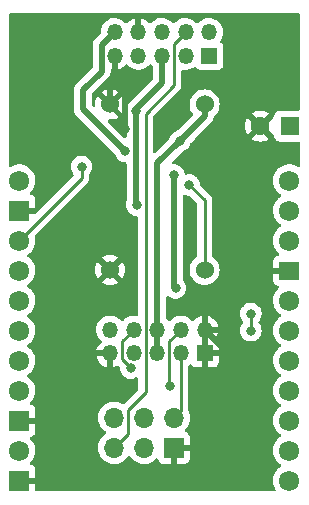
<source format=gbl>
G04 #@! TF.GenerationSoftware,KiCad,Pcbnew,(6.0.11)*
G04 #@! TF.CreationDate,2023-03-19T09:35:33+01:00*
G04 #@! TF.ProjectId,powerbar_pcb,706f7765-7262-4617-925f-7063622e6b69,rev?*
G04 #@! TF.SameCoordinates,Original*
G04 #@! TF.FileFunction,Copper,L2,Bot*
G04 #@! TF.FilePolarity,Positive*
%FSLAX46Y46*%
G04 Gerber Fmt 4.6, Leading zero omitted, Abs format (unit mm)*
G04 Created by KiCad (PCBNEW (6.0.11)) date 2023-03-19 09:35:33*
%MOMM*%
%LPD*%
G01*
G04 APERTURE LIST*
G04 #@! TA.AperFunction,ComponentPad*
%ADD10C,1.724000*%
G04 #@! TD*
G04 #@! TA.AperFunction,ComponentPad*
%ADD11R,1.724000X1.724000*%
G04 #@! TD*
G04 #@! TA.AperFunction,ComponentPad*
%ADD12R,1.724000X1.524000*%
G04 #@! TD*
G04 #@! TA.AperFunction,ComponentPad*
%ADD13R,1.600000X1.600000*%
G04 #@! TD*
G04 #@! TA.AperFunction,ComponentPad*
%ADD14C,1.600000*%
G04 #@! TD*
G04 #@! TA.AperFunction,ComponentPad*
%ADD15R,1.350000X1.350000*%
G04 #@! TD*
G04 #@! TA.AperFunction,ComponentPad*
%ADD16O,1.350000X1.350000*%
G04 #@! TD*
G04 #@! TA.AperFunction,ComponentPad*
%ADD17C,1.524000*%
G04 #@! TD*
G04 #@! TA.AperFunction,ComponentPad*
%ADD18R,1.700000X1.700000*%
G04 #@! TD*
G04 #@! TA.AperFunction,ComponentPad*
%ADD19O,1.700000X1.700000*%
G04 #@! TD*
G04 #@! TA.AperFunction,ViaPad*
%ADD20C,0.800000*%
G04 #@! TD*
G04 #@! TA.AperFunction,Conductor*
%ADD21C,0.250000*%
G04 #@! TD*
G04 #@! TA.AperFunction,Conductor*
%ADD22C,0.500000*%
G04 #@! TD*
G04 APERTURE END LIST*
D10*
X104500000Y-70580000D03*
D11*
X104500000Y-73120000D03*
D10*
X104500000Y-75660000D03*
X104500000Y-78200000D03*
X104500000Y-80740000D03*
X104500000Y-83280000D03*
X104500000Y-85820000D03*
X104500000Y-88360000D03*
D11*
X104500000Y-90900000D03*
D10*
X104500000Y-93440000D03*
D11*
X104500000Y-95980000D03*
D10*
X127360000Y-70580000D03*
X127360000Y-73120000D03*
X127360000Y-75660000D03*
D12*
X127360000Y-78200000D03*
D10*
X127360000Y-80740000D03*
X127360000Y-83280000D03*
X127360000Y-85820000D03*
X127360000Y-88360000D03*
X127360000Y-90900000D03*
X127360000Y-93440000D03*
X127360000Y-95980000D03*
D13*
X127410000Y-65960000D03*
D14*
X124910000Y-65960000D03*
D15*
X120200000Y-85200000D03*
D16*
X120200000Y-83200000D03*
X118200000Y-85200000D03*
X118200000Y-83200000D03*
X116200000Y-85200000D03*
X116200000Y-83200000D03*
X114200000Y-85200000D03*
X114200000Y-83200000D03*
X112200000Y-85200000D03*
X112200000Y-83200000D03*
D15*
X120600000Y-60000000D03*
D16*
X120600000Y-58000000D03*
X118600000Y-60000000D03*
X118600000Y-58000000D03*
X116600000Y-60000000D03*
X116600000Y-58000000D03*
X114600000Y-60000000D03*
X114600000Y-58000000D03*
X112600000Y-60000000D03*
X112600000Y-58000000D03*
D17*
X120200000Y-64130000D03*
X112200000Y-64130000D03*
X120200000Y-78130000D03*
X112200000Y-78130000D03*
D18*
X117600000Y-93200000D03*
D19*
X117600000Y-90660000D03*
X115060000Y-93200000D03*
X115060000Y-90660000D03*
X112520000Y-93200000D03*
X112520000Y-90660000D03*
D20*
X113500000Y-66200000D03*
X122000000Y-89000000D03*
X114440000Y-72650000D03*
X114400000Y-64700000D03*
X117230000Y-87940000D03*
X113945800Y-86448895D03*
X109780000Y-69400000D03*
X118900000Y-70950000D03*
X113500000Y-68100000D03*
X117740000Y-79660000D03*
X117600000Y-70100000D03*
X118115000Y-67215000D03*
X124110000Y-83289000D03*
X124110000Y-81840000D03*
D21*
X113695000Y-92025000D02*
X113695000Y-90005000D01*
X113695000Y-90005000D02*
X115200000Y-88500000D01*
X117600000Y-59000000D02*
X118600000Y-58000000D01*
X112520000Y-93200000D02*
X113695000Y-92025000D01*
X117600000Y-62500000D02*
X117600000Y-59000000D01*
X115200000Y-88500000D02*
X115200000Y-64900000D01*
X115200000Y-64900000D02*
X117600000Y-62500000D01*
D22*
X112200000Y-62850000D02*
X112200000Y-64130000D01*
X112600000Y-62450000D02*
X112600000Y-60000000D01*
X122000000Y-85000000D02*
X120200000Y-83200000D01*
X113500000Y-66200000D02*
X113500000Y-63350000D01*
X112600000Y-62450000D02*
X112200000Y-62850000D01*
X122000000Y-89000000D02*
X122000000Y-85000000D01*
X113500000Y-63350000D02*
X112600000Y-62450000D01*
X116600000Y-62300000D02*
X116600000Y-60000000D01*
X114350000Y-64750000D02*
X114400000Y-64700000D01*
X114440000Y-72650000D02*
X114350000Y-72560000D01*
X114400000Y-64500000D02*
X116600000Y-62300000D01*
X114350000Y-72560000D02*
X114350000Y-64750000D01*
X114400000Y-64700000D02*
X114400000Y-64500000D01*
D21*
X127410000Y-70675800D02*
X127376120Y-70709680D01*
X117230000Y-87940000D02*
X117200000Y-87910000D01*
X117200000Y-84200000D02*
X118200000Y-83200000D01*
X117200000Y-87910000D02*
X117200000Y-84200000D01*
X113200000Y-84200000D02*
X114200000Y-83200000D01*
X113945800Y-86448895D02*
X113200000Y-85703095D01*
X113200000Y-85703095D02*
X113200000Y-84200000D01*
X120200000Y-72250000D02*
X120200000Y-78130000D01*
X118200000Y-90060000D02*
X117600000Y-90660000D01*
X109780000Y-70380000D02*
X109780000Y-69400000D01*
X118200000Y-85200000D02*
X118200000Y-90060000D01*
X118900000Y-70950000D02*
X120200000Y-72250000D01*
X104500000Y-75660000D02*
X109780000Y-70380000D01*
D22*
X111475000Y-59125000D02*
X112600000Y-58000000D01*
X117740000Y-79660000D02*
X117600000Y-79520000D01*
X109900000Y-62918000D02*
X111475000Y-61343000D01*
X117600000Y-79520000D02*
X117600000Y-70100000D01*
X113500000Y-68100000D02*
X113455973Y-68100000D01*
X111475000Y-61343000D02*
X111475000Y-59125000D01*
X109900000Y-64544027D02*
X109900000Y-62918000D01*
X113455973Y-68100000D02*
X109900000Y-64544027D01*
X116200000Y-83200000D02*
X116200000Y-69130000D01*
X120200000Y-64130000D02*
X120200000Y-65130000D01*
X120200000Y-65130000D02*
X118115000Y-67215000D01*
X116200000Y-69130000D02*
X118115000Y-67215000D01*
X116200000Y-85200000D02*
X116200000Y-83200000D01*
D21*
X124110000Y-83289000D02*
X124110000Y-81840000D01*
G04 #@! TA.AperFunction,Conductor*
G36*
X128211690Y-56408502D02*
G01*
X128258183Y-56462158D01*
X128269569Y-56514432D01*
X128271071Y-59280283D01*
X128273920Y-64524671D01*
X128273920Y-64525432D01*
X128253955Y-64593563D01*
X128200325Y-64640085D01*
X128147920Y-64651500D01*
X126561866Y-64651500D01*
X126499684Y-64658255D01*
X126363295Y-64709385D01*
X126246739Y-64796739D01*
X126159385Y-64913295D01*
X126108255Y-65049684D01*
X126101500Y-65111866D01*
X126101500Y-65115185D01*
X126077847Y-65182110D01*
X126031844Y-65217804D01*
X126032859Y-65219734D01*
X126022000Y-65225442D01*
X126021755Y-65225632D01*
X126021597Y-65225653D01*
X125983566Y-65245644D01*
X125282022Y-65947188D01*
X125274408Y-65961132D01*
X125274539Y-65962965D01*
X125278790Y-65969580D01*
X125984287Y-66675077D01*
X126026029Y-66697871D01*
X126036029Y-66700047D01*
X126086227Y-66750253D01*
X126101451Y-66803814D01*
X126101500Y-66804719D01*
X126101500Y-66808134D01*
X126108255Y-66870316D01*
X126159385Y-67006705D01*
X126246739Y-67123261D01*
X126363295Y-67210615D01*
X126499684Y-67261745D01*
X126561866Y-67268500D01*
X128149477Y-67268500D01*
X128217598Y-67288502D01*
X128264091Y-67342158D01*
X128275477Y-67394432D01*
X128276516Y-69306859D01*
X128256551Y-69374990D01*
X128202921Y-69421512D01*
X128132652Y-69431654D01*
X128089626Y-69417237D01*
X127923725Y-69325655D01*
X127802407Y-69282694D01*
X127716163Y-69252153D01*
X127716159Y-69252152D01*
X127711288Y-69250427D01*
X127706195Y-69249520D01*
X127706192Y-69249519D01*
X127494506Y-69211812D01*
X127494500Y-69211811D01*
X127489417Y-69210906D01*
X127415725Y-69210006D01*
X127269241Y-69208216D01*
X127269239Y-69208216D01*
X127264071Y-69208153D01*
X127041301Y-69242242D01*
X126827090Y-69312257D01*
X126822502Y-69314645D01*
X126822498Y-69314647D01*
X126645925Y-69406565D01*
X126627190Y-69416318D01*
X126623057Y-69419421D01*
X126623054Y-69419423D01*
X126484719Y-69523288D01*
X126446971Y-69551630D01*
X126291271Y-69714560D01*
X126164273Y-69900733D01*
X126069387Y-70105147D01*
X126009162Y-70322314D01*
X125985214Y-70546401D01*
X125985511Y-70551554D01*
X125985511Y-70551557D01*
X125997533Y-70760072D01*
X125998186Y-70771390D01*
X125999323Y-70776436D01*
X125999324Y-70776442D01*
X126019392Y-70865487D01*
X126047732Y-70991240D01*
X126049674Y-70996022D01*
X126049675Y-70996026D01*
X126086309Y-71086244D01*
X126132519Y-71200045D01*
X126250271Y-71392199D01*
X126397825Y-71562541D01*
X126571219Y-71706495D01*
X126627158Y-71739183D01*
X126675881Y-71790820D01*
X126688952Y-71860603D01*
X126662221Y-71926375D01*
X126631034Y-71954317D01*
X126627190Y-71956318D01*
X126623057Y-71959421D01*
X126623054Y-71959423D01*
X126457358Y-72083831D01*
X126446971Y-72091630D01*
X126443399Y-72095368D01*
X126337475Y-72206211D01*
X126291271Y-72254560D01*
X126164273Y-72440733D01*
X126069387Y-72645147D01*
X126009162Y-72862314D01*
X125985214Y-73086401D01*
X125998186Y-73311390D01*
X125999323Y-73316436D01*
X125999324Y-73316442D01*
X126003979Y-73337095D01*
X126047732Y-73531240D01*
X126049674Y-73536022D01*
X126049675Y-73536026D01*
X126109964Y-73684500D01*
X126132519Y-73740045D01*
X126250271Y-73932199D01*
X126397825Y-74102541D01*
X126571219Y-74246495D01*
X126627158Y-74279183D01*
X126675881Y-74330820D01*
X126688952Y-74400603D01*
X126662221Y-74466375D01*
X126631034Y-74494317D01*
X126627190Y-74496318D01*
X126623057Y-74499421D01*
X126623054Y-74499423D01*
X126451106Y-74628525D01*
X126446971Y-74631630D01*
X126291271Y-74794560D01*
X126164273Y-74980733D01*
X126069387Y-75185147D01*
X126009162Y-75402314D01*
X125985214Y-75626401D01*
X125998186Y-75851390D01*
X125999323Y-75856436D01*
X125999324Y-75856442D01*
X126019392Y-75945487D01*
X126047732Y-76071240D01*
X126049674Y-76076022D01*
X126049675Y-76076026D01*
X126086309Y-76166244D01*
X126132519Y-76280045D01*
X126250271Y-76472199D01*
X126397825Y-76642541D01*
X126481092Y-76711670D01*
X126520728Y-76770573D01*
X126522226Y-76841554D01*
X126485112Y-76902077D01*
X126414215Y-76933878D01*
X126395647Y-76935895D01*
X126380396Y-76939521D01*
X126259946Y-76984676D01*
X126244351Y-76993214D01*
X126142276Y-77069715D01*
X126129715Y-77082276D01*
X126053214Y-77184351D01*
X126044676Y-77199946D01*
X125999522Y-77320394D01*
X125995895Y-77335649D01*
X125990369Y-77386514D01*
X125990000Y-77393328D01*
X125990000Y-77927885D01*
X125994475Y-77943124D01*
X125995865Y-77944329D01*
X126003548Y-77946000D01*
X127488000Y-77946000D01*
X127556121Y-77966002D01*
X127602614Y-78019658D01*
X127614000Y-78072000D01*
X127614000Y-78328000D01*
X127593998Y-78396121D01*
X127540342Y-78442614D01*
X127488000Y-78454000D01*
X126008116Y-78454000D01*
X125992877Y-78458475D01*
X125991672Y-78459865D01*
X125990001Y-78467548D01*
X125990001Y-79006669D01*
X125990371Y-79013490D01*
X125995895Y-79064352D01*
X125999521Y-79079604D01*
X126044676Y-79200054D01*
X126053214Y-79215649D01*
X126129715Y-79317724D01*
X126142276Y-79330285D01*
X126244351Y-79406786D01*
X126259946Y-79415324D01*
X126380394Y-79460478D01*
X126395648Y-79464105D01*
X126411301Y-79465806D01*
X126476863Y-79493049D01*
X126517288Y-79551413D01*
X126519742Y-79622367D01*
X126483446Y-79683385D01*
X126473350Y-79691824D01*
X126446971Y-79711630D01*
X126425360Y-79734245D01*
X126308811Y-79856206D01*
X126291271Y-79874560D01*
X126164273Y-80060733D01*
X126069387Y-80265147D01*
X126009162Y-80482314D01*
X125985214Y-80706401D01*
X125998186Y-80931390D01*
X125999323Y-80936436D01*
X125999324Y-80936442D01*
X126007159Y-80971206D01*
X126047732Y-81151240D01*
X126049674Y-81156022D01*
X126049675Y-81156026D01*
X126086309Y-81246244D01*
X126132519Y-81360045D01*
X126250271Y-81552199D01*
X126397825Y-81722541D01*
X126571219Y-81866495D01*
X126627158Y-81899183D01*
X126675881Y-81950820D01*
X126688952Y-82020603D01*
X126662221Y-82086375D01*
X126631034Y-82114317D01*
X126627190Y-82116318D01*
X126623057Y-82119421D01*
X126623054Y-82119423D01*
X126451106Y-82248525D01*
X126446971Y-82251630D01*
X126425360Y-82274245D01*
X126325845Y-82378381D01*
X126291271Y-82414560D01*
X126164273Y-82600733D01*
X126069387Y-82805147D01*
X126009162Y-83022314D01*
X125985214Y-83246401D01*
X125985511Y-83251554D01*
X125985511Y-83251557D01*
X125997888Y-83466222D01*
X125998186Y-83471390D01*
X125999323Y-83476436D01*
X125999324Y-83476442D01*
X126019392Y-83565487D01*
X126047732Y-83691240D01*
X126049674Y-83696022D01*
X126049675Y-83696026D01*
X126130575Y-83895258D01*
X126132519Y-83900045D01*
X126250271Y-84092199D01*
X126397825Y-84262541D01*
X126571219Y-84406495D01*
X126627158Y-84439183D01*
X126675881Y-84490820D01*
X126688952Y-84560603D01*
X126662221Y-84626375D01*
X126631034Y-84654317D01*
X126627190Y-84656318D01*
X126623057Y-84659421D01*
X126623054Y-84659423D01*
X126451106Y-84788525D01*
X126446971Y-84791630D01*
X126425360Y-84814245D01*
X126302200Y-84943124D01*
X126291271Y-84954560D01*
X126164273Y-85140733D01*
X126069387Y-85345147D01*
X126009162Y-85562314D01*
X125985214Y-85786401D01*
X125985511Y-85791554D01*
X125985511Y-85791557D01*
X125990219Y-85873213D01*
X125998186Y-86011390D01*
X125999323Y-86016436D01*
X125999324Y-86016442D01*
X126004734Y-86040446D01*
X126047732Y-86231240D01*
X126049674Y-86236022D01*
X126049675Y-86236026D01*
X126129646Y-86432969D01*
X126132519Y-86440045D01*
X126250271Y-86632199D01*
X126397825Y-86802541D01*
X126571219Y-86946495D01*
X126627158Y-86979183D01*
X126675881Y-87030820D01*
X126688952Y-87100603D01*
X126662221Y-87166375D01*
X126631034Y-87194317D01*
X126627190Y-87196318D01*
X126623057Y-87199421D01*
X126623054Y-87199423D01*
X126453542Y-87326696D01*
X126446971Y-87331630D01*
X126291271Y-87494560D01*
X126164273Y-87680733D01*
X126069387Y-87885147D01*
X126009162Y-88102314D01*
X125985214Y-88326401D01*
X125998186Y-88551390D01*
X125999323Y-88556436D01*
X125999324Y-88556442D01*
X126019392Y-88645487D01*
X126047732Y-88771240D01*
X126049674Y-88776022D01*
X126049675Y-88776026D01*
X126130575Y-88975258D01*
X126132519Y-88980045D01*
X126250271Y-89172199D01*
X126397825Y-89342541D01*
X126571219Y-89486495D01*
X126627158Y-89519183D01*
X126675881Y-89570820D01*
X126688952Y-89640603D01*
X126662221Y-89706375D01*
X126631034Y-89734317D01*
X126627190Y-89736318D01*
X126623057Y-89739421D01*
X126623054Y-89739423D01*
X126451106Y-89868525D01*
X126446971Y-89871630D01*
X126291271Y-90034560D01*
X126288359Y-90038829D01*
X126185712Y-90189305D01*
X126164273Y-90220733D01*
X126069387Y-90425147D01*
X126068008Y-90430120D01*
X126012064Y-90631851D01*
X126009162Y-90642314D01*
X125985214Y-90866401D01*
X125985511Y-90871554D01*
X125985511Y-90871557D01*
X125990208Y-90953023D01*
X125998186Y-91091390D01*
X125999323Y-91096436D01*
X125999324Y-91096442D01*
X126012940Y-91156857D01*
X126047732Y-91311240D01*
X126049674Y-91316022D01*
X126049675Y-91316026D01*
X126130575Y-91515258D01*
X126132519Y-91520045D01*
X126250271Y-91712199D01*
X126397825Y-91882541D01*
X126571219Y-92026495D01*
X126627158Y-92059183D01*
X126675881Y-92110820D01*
X126688952Y-92180603D01*
X126662221Y-92246375D01*
X126631034Y-92274317D01*
X126627190Y-92276318D01*
X126623057Y-92279421D01*
X126623054Y-92279423D01*
X126451106Y-92408525D01*
X126446971Y-92411630D01*
X126291271Y-92574560D01*
X126288359Y-92578829D01*
X126185712Y-92729305D01*
X126164273Y-92760733D01*
X126069387Y-92965147D01*
X126058646Y-93003879D01*
X126012064Y-93171851D01*
X126009162Y-93182314D01*
X125985214Y-93406401D01*
X125985511Y-93411554D01*
X125985511Y-93411557D01*
X125990831Y-93503825D01*
X125998186Y-93631390D01*
X125999323Y-93636436D01*
X125999324Y-93636442D01*
X126014056Y-93701811D01*
X126047732Y-93851240D01*
X126049674Y-93856022D01*
X126049675Y-93856026D01*
X126130575Y-94055258D01*
X126132519Y-94060045D01*
X126250271Y-94252199D01*
X126397825Y-94422541D01*
X126529529Y-94531883D01*
X126565280Y-94561564D01*
X126571219Y-94566495D01*
X126627158Y-94599183D01*
X126675881Y-94650820D01*
X126688952Y-94720603D01*
X126662221Y-94786375D01*
X126631034Y-94814317D01*
X126627190Y-94816318D01*
X126623057Y-94819421D01*
X126623054Y-94819423D01*
X126542445Y-94879946D01*
X126446971Y-94951630D01*
X126291271Y-95114560D01*
X126164273Y-95300733D01*
X126069387Y-95505147D01*
X126009162Y-95722314D01*
X125985214Y-95946401D01*
X125998186Y-96171390D01*
X125999323Y-96176436D01*
X125999324Y-96176442D01*
X126012944Y-96236876D01*
X126047732Y-96391240D01*
X126132519Y-96600045D01*
X126135222Y-96604455D01*
X126135223Y-96604458D01*
X126198468Y-96707665D01*
X126217007Y-96776198D01*
X126195551Y-96843875D01*
X126140912Y-96889208D01*
X126091036Y-96899500D01*
X105996000Y-96899500D01*
X105927879Y-96879498D01*
X105881386Y-96825842D01*
X105870000Y-96773500D01*
X105870000Y-96252115D01*
X105865525Y-96236876D01*
X105864135Y-96235671D01*
X105856452Y-96234000D01*
X104372000Y-96234000D01*
X104303879Y-96213998D01*
X104257386Y-96160342D01*
X104246000Y-96108000D01*
X104246000Y-95852000D01*
X104266002Y-95783879D01*
X104319658Y-95737386D01*
X104372000Y-95726000D01*
X105851884Y-95726000D01*
X105867123Y-95721525D01*
X105868328Y-95720135D01*
X105869999Y-95712452D01*
X105869999Y-95073331D01*
X105869629Y-95066510D01*
X105864105Y-95015648D01*
X105860479Y-95000396D01*
X105815324Y-94879946D01*
X105806786Y-94864351D01*
X105730285Y-94762276D01*
X105717724Y-94749715D01*
X105615649Y-94673214D01*
X105600054Y-94664676D01*
X105502197Y-94627991D01*
X105445433Y-94585349D01*
X105420733Y-94518788D01*
X105435940Y-94449439D01*
X105457487Y-94420758D01*
X105543605Y-94334940D01*
X105547265Y-94331293D01*
X105678774Y-94148279D01*
X105747615Y-94008990D01*
X105776332Y-93950886D01*
X105776333Y-93950884D01*
X105778626Y-93946244D01*
X105844139Y-93730613D01*
X105857202Y-93631390D01*
X105873118Y-93510500D01*
X105873119Y-93510493D01*
X105873555Y-93507178D01*
X105874524Y-93467548D01*
X105875115Y-93443364D01*
X105875115Y-93443360D01*
X105875197Y-93440000D01*
X105860940Y-93266590D01*
X105857155Y-93220546D01*
X105857154Y-93220540D01*
X105856731Y-93215395D01*
X105801829Y-92996821D01*
X105784682Y-92957386D01*
X105714026Y-92794887D01*
X105714024Y-92794884D01*
X105711966Y-92790150D01*
X105589554Y-92600930D01*
X105455726Y-92453856D01*
X105424675Y-92390011D01*
X105433069Y-92319513D01*
X105478246Y-92264744D01*
X105504690Y-92251075D01*
X105600054Y-92215324D01*
X105615649Y-92206786D01*
X105717724Y-92130285D01*
X105730285Y-92117724D01*
X105806786Y-92015649D01*
X105815324Y-92000054D01*
X105860478Y-91879606D01*
X105864105Y-91864351D01*
X105869631Y-91813486D01*
X105870000Y-91806672D01*
X105870000Y-91172115D01*
X105865525Y-91156876D01*
X105864135Y-91155671D01*
X105856452Y-91154000D01*
X104372000Y-91154000D01*
X104303879Y-91133998D01*
X104257386Y-91080342D01*
X104246000Y-91028000D01*
X104246000Y-90772000D01*
X104266002Y-90703879D01*
X104319658Y-90657386D01*
X104372000Y-90646000D01*
X105851884Y-90646000D01*
X105867123Y-90641525D01*
X105868328Y-90640135D01*
X105869999Y-90632452D01*
X105869999Y-89993331D01*
X105869629Y-89986510D01*
X105864105Y-89935648D01*
X105860479Y-89920396D01*
X105815324Y-89799946D01*
X105806786Y-89784351D01*
X105730285Y-89682276D01*
X105717724Y-89669715D01*
X105615649Y-89593214D01*
X105600054Y-89584676D01*
X105502197Y-89547991D01*
X105445433Y-89505349D01*
X105420733Y-89438788D01*
X105435940Y-89369439D01*
X105457487Y-89340758D01*
X105543605Y-89254940D01*
X105547265Y-89251293D01*
X105678774Y-89068279D01*
X105771283Y-88881101D01*
X105776332Y-88870886D01*
X105776333Y-88870884D01*
X105778626Y-88866244D01*
X105844139Y-88650613D01*
X105847793Y-88622860D01*
X105873118Y-88430500D01*
X105873119Y-88430493D01*
X105873555Y-88427178D01*
X105875197Y-88360000D01*
X105866443Y-88253526D01*
X105857155Y-88140546D01*
X105857154Y-88140540D01*
X105856731Y-88135395D01*
X105801829Y-87916821D01*
X105786022Y-87880467D01*
X105714026Y-87714887D01*
X105714024Y-87714884D01*
X105711966Y-87710150D01*
X105589554Y-87520930D01*
X105437882Y-87354245D01*
X105433831Y-87351046D01*
X105433827Y-87351042D01*
X105265080Y-87217774D01*
X105261022Y-87214569D01*
X105235536Y-87200500D01*
X105185566Y-87150068D01*
X105170794Y-87080625D01*
X105195910Y-87014220D01*
X105223256Y-86987618D01*
X105387631Y-86870370D01*
X105547265Y-86711293D01*
X105678774Y-86528279D01*
X105749037Y-86386112D01*
X105776332Y-86330886D01*
X105776333Y-86330884D01*
X105778626Y-86326244D01*
X105838659Y-86128649D01*
X105842637Y-86115557D01*
X105842637Y-86115556D01*
X105844139Y-86110613D01*
X105846266Y-86094457D01*
X105873118Y-85890500D01*
X105873119Y-85890493D01*
X105873555Y-85887178D01*
X105875197Y-85820000D01*
X105861860Y-85657777D01*
X105857155Y-85600546D01*
X105857154Y-85600540D01*
X105856731Y-85595395D01*
X105824471Y-85466962D01*
X111047158Y-85466962D01*
X111078656Y-85590985D01*
X111082497Y-85601832D01*
X111168685Y-85788789D01*
X111174436Y-85798750D01*
X111293254Y-85966873D01*
X111300720Y-85975615D01*
X111448191Y-86119275D01*
X111457124Y-86126509D01*
X111628299Y-86240884D01*
X111638409Y-86246374D01*
X111827566Y-86327642D01*
X111838499Y-86331194D01*
X111928332Y-86351521D01*
X111942405Y-86350632D01*
X111946000Y-86341233D01*
X111946000Y-85472115D01*
X111941525Y-85456876D01*
X111940135Y-85455671D01*
X111932452Y-85454000D01*
X111061981Y-85454000D01*
X111048450Y-85457973D01*
X111047158Y-85466962D01*
X105824471Y-85466962D01*
X105822213Y-85457973D01*
X105803088Y-85381832D01*
X105803087Y-85381828D01*
X105801829Y-85376821D01*
X105711966Y-85170150D01*
X105614608Y-85019658D01*
X105592364Y-84985273D01*
X105592362Y-84985270D01*
X105589554Y-84980930D01*
X105554858Y-84942799D01*
X105441360Y-84818067D01*
X105441358Y-84818066D01*
X105437882Y-84814245D01*
X105433831Y-84811046D01*
X105433827Y-84811042D01*
X105265080Y-84677774D01*
X105261022Y-84674569D01*
X105235536Y-84660500D01*
X105185566Y-84610068D01*
X105170794Y-84540625D01*
X105195910Y-84474220D01*
X105223256Y-84447618D01*
X105387631Y-84330370D01*
X105547265Y-84171293D01*
X105678774Y-83988279D01*
X105778626Y-83786244D01*
X105844139Y-83570613D01*
X105857708Y-83467548D01*
X105873118Y-83350500D01*
X105873119Y-83350493D01*
X105873555Y-83347178D01*
X105875197Y-83280000D01*
X105859806Y-83092794D01*
X105857155Y-83060546D01*
X105857154Y-83060540D01*
X105856731Y-83055395D01*
X105801829Y-82836821D01*
X105772364Y-82769055D01*
X105714026Y-82634887D01*
X105714024Y-82634884D01*
X105711966Y-82630150D01*
X105589554Y-82440930D01*
X105579458Y-82429834D01*
X105441360Y-82278067D01*
X105441358Y-82278066D01*
X105437882Y-82274245D01*
X105433831Y-82271046D01*
X105433827Y-82271042D01*
X105273036Y-82144057D01*
X105261022Y-82134569D01*
X105235536Y-82120500D01*
X105185566Y-82070068D01*
X105170794Y-82000625D01*
X105195910Y-81934220D01*
X105223256Y-81907618D01*
X105387631Y-81790370D01*
X105547265Y-81631293D01*
X105678774Y-81448279D01*
X105750548Y-81303056D01*
X105776332Y-81250886D01*
X105776333Y-81250884D01*
X105778626Y-81246244D01*
X105844139Y-81030613D01*
X105857202Y-80931390D01*
X105873118Y-80810500D01*
X105873119Y-80810493D01*
X105873555Y-80807178D01*
X105875197Y-80740000D01*
X105861097Y-80568500D01*
X105857155Y-80520546D01*
X105857154Y-80520540D01*
X105856731Y-80515395D01*
X105817831Y-80360527D01*
X105803088Y-80301832D01*
X105803087Y-80301828D01*
X105801829Y-80296821D01*
X105786022Y-80260467D01*
X105714026Y-80094887D01*
X105714024Y-80094884D01*
X105711966Y-80090150D01*
X105589554Y-79900930D01*
X105548859Y-79856206D01*
X105441360Y-79738067D01*
X105441358Y-79738066D01*
X105437882Y-79734245D01*
X105433831Y-79731046D01*
X105433827Y-79731042D01*
X105265080Y-79597774D01*
X105261022Y-79594569D01*
X105235536Y-79580500D01*
X105185566Y-79530068D01*
X105170794Y-79460625D01*
X105195910Y-79394220D01*
X105223256Y-79367618D01*
X105387631Y-79250370D01*
X105449440Y-79188777D01*
X111505777Y-79188777D01*
X111515074Y-79200793D01*
X111558069Y-79230898D01*
X111567555Y-79236376D01*
X111758993Y-79325645D01*
X111769285Y-79329391D01*
X111973309Y-79384059D01*
X111984104Y-79385962D01*
X112194525Y-79404372D01*
X112205475Y-79404372D01*
X112415896Y-79385962D01*
X112426691Y-79384059D01*
X112630715Y-79329391D01*
X112641007Y-79325645D01*
X112832445Y-79236376D01*
X112841931Y-79230898D01*
X112885764Y-79200207D01*
X112894139Y-79189729D01*
X112887071Y-79176281D01*
X112212812Y-78502022D01*
X112198868Y-78494408D01*
X112197035Y-78494539D01*
X112190420Y-78498790D01*
X111512207Y-79177003D01*
X111505777Y-79188777D01*
X105449440Y-79188777D01*
X105547265Y-79091293D01*
X105678774Y-78908279D01*
X105778626Y-78706244D01*
X105844139Y-78490613D01*
X105861759Y-78356776D01*
X105873118Y-78270500D01*
X105873119Y-78270493D01*
X105873555Y-78267178D01*
X105875197Y-78200000D01*
X105869892Y-78135475D01*
X110925628Y-78135475D01*
X110944038Y-78345896D01*
X110945941Y-78356691D01*
X111000609Y-78560715D01*
X111004355Y-78571007D01*
X111093623Y-78762441D01*
X111099103Y-78771932D01*
X111129794Y-78815765D01*
X111140271Y-78824140D01*
X111153718Y-78817072D01*
X111827978Y-78142812D01*
X111834356Y-78131132D01*
X112564408Y-78131132D01*
X112564539Y-78132965D01*
X112568790Y-78139580D01*
X113247003Y-78817793D01*
X113258777Y-78824223D01*
X113270793Y-78814926D01*
X113300897Y-78771932D01*
X113306377Y-78762441D01*
X113395645Y-78571007D01*
X113399391Y-78560715D01*
X113454059Y-78356691D01*
X113455962Y-78345896D01*
X113474372Y-78135475D01*
X113474372Y-78124525D01*
X113455962Y-77914104D01*
X113454059Y-77903309D01*
X113399391Y-77699285D01*
X113395645Y-77688993D01*
X113306377Y-77497559D01*
X113300897Y-77488068D01*
X113270206Y-77444235D01*
X113259729Y-77435860D01*
X113246282Y-77442928D01*
X112572022Y-78117188D01*
X112564408Y-78131132D01*
X111834356Y-78131132D01*
X111835592Y-78128868D01*
X111835461Y-78127035D01*
X111831210Y-78120420D01*
X111152997Y-77442207D01*
X111141223Y-77435777D01*
X111129207Y-77445074D01*
X111099103Y-77488068D01*
X111093623Y-77497559D01*
X111004355Y-77688993D01*
X111000609Y-77699285D01*
X110945941Y-77903309D01*
X110944038Y-77914104D01*
X110925628Y-78124525D01*
X110925628Y-78135475D01*
X105869892Y-78135475D01*
X105867906Y-78111321D01*
X105857155Y-77980546D01*
X105857154Y-77980540D01*
X105856731Y-77975395D01*
X105804032Y-77765592D01*
X105803088Y-77761832D01*
X105803087Y-77761828D01*
X105801829Y-77756821D01*
X105776812Y-77699285D01*
X105714026Y-77554887D01*
X105714024Y-77554884D01*
X105711966Y-77550150D01*
X105589554Y-77360930D01*
X105547516Y-77314730D01*
X105441360Y-77198067D01*
X105441358Y-77198066D01*
X105437882Y-77194245D01*
X105433831Y-77191046D01*
X105433827Y-77191042D01*
X105296105Y-77082276D01*
X105280904Y-77070271D01*
X111505860Y-77070271D01*
X111512928Y-77083718D01*
X112187188Y-77757978D01*
X112201132Y-77765592D01*
X112202965Y-77765461D01*
X112209580Y-77761210D01*
X112887793Y-77082997D01*
X112894223Y-77071223D01*
X112884926Y-77059207D01*
X112841931Y-77029102D01*
X112832445Y-77023624D01*
X112641007Y-76934355D01*
X112630715Y-76930609D01*
X112426691Y-76875941D01*
X112415896Y-76874038D01*
X112205475Y-76855628D01*
X112194525Y-76855628D01*
X111984104Y-76874038D01*
X111973309Y-76875941D01*
X111769285Y-76930609D01*
X111758993Y-76934355D01*
X111567559Y-77023623D01*
X111558068Y-77029103D01*
X111514235Y-77059794D01*
X111505860Y-77070271D01*
X105280904Y-77070271D01*
X105261022Y-77054569D01*
X105235536Y-77040500D01*
X105185566Y-76990068D01*
X105170794Y-76920625D01*
X105195910Y-76854220D01*
X105223256Y-76827618D01*
X105387631Y-76710370D01*
X105547265Y-76551293D01*
X105678774Y-76368279D01*
X105778626Y-76166244D01*
X105844139Y-75950613D01*
X105857202Y-75851390D01*
X105873118Y-75730500D01*
X105873119Y-75730493D01*
X105873555Y-75727178D01*
X105875197Y-75660000D01*
X105867906Y-75571321D01*
X105857155Y-75440546D01*
X105857154Y-75440540D01*
X105856731Y-75435395D01*
X105826710Y-75315875D01*
X105829514Y-75244934D01*
X105859819Y-75196085D01*
X110172247Y-70883657D01*
X110180537Y-70876113D01*
X110187018Y-70872000D01*
X110233659Y-70822332D01*
X110236413Y-70819491D01*
X110256135Y-70799769D01*
X110258612Y-70796576D01*
X110266317Y-70787555D01*
X110296586Y-70755321D01*
X110300407Y-70748371D01*
X110306346Y-70737568D01*
X110317202Y-70721041D01*
X110324757Y-70711302D01*
X110324758Y-70711300D01*
X110329614Y-70705040D01*
X110347174Y-70664460D01*
X110352391Y-70653812D01*
X110369875Y-70622009D01*
X110369876Y-70622007D01*
X110373695Y-70615060D01*
X110378733Y-70595437D01*
X110385137Y-70576734D01*
X110390033Y-70565420D01*
X110390033Y-70565419D01*
X110393181Y-70558145D01*
X110394420Y-70550322D01*
X110394423Y-70550312D01*
X110400099Y-70514476D01*
X110402505Y-70502856D01*
X110411528Y-70467711D01*
X110411528Y-70467710D01*
X110413500Y-70460030D01*
X110413500Y-70439776D01*
X110415051Y-70420065D01*
X110415256Y-70418774D01*
X110418220Y-70400057D01*
X110414059Y-70356038D01*
X110413500Y-70344181D01*
X110413500Y-70102524D01*
X110433502Y-70034403D01*
X110445858Y-70018221D01*
X110519040Y-69936944D01*
X110614527Y-69771556D01*
X110673542Y-69589928D01*
X110675191Y-69574245D01*
X110692814Y-69406565D01*
X110693504Y-69400000D01*
X110677965Y-69252153D01*
X110674232Y-69216635D01*
X110674232Y-69216633D01*
X110673542Y-69210072D01*
X110614527Y-69028444D01*
X110519040Y-68863056D01*
X110391253Y-68721134D01*
X110236752Y-68608882D01*
X110230724Y-68606198D01*
X110230722Y-68606197D01*
X110068319Y-68533891D01*
X110068318Y-68533891D01*
X110062288Y-68531206D01*
X109968887Y-68511353D01*
X109881944Y-68492872D01*
X109881939Y-68492872D01*
X109875487Y-68491500D01*
X109684513Y-68491500D01*
X109678061Y-68492872D01*
X109678056Y-68492872D01*
X109591113Y-68511353D01*
X109497712Y-68531206D01*
X109491682Y-68533891D01*
X109491681Y-68533891D01*
X109329278Y-68606197D01*
X109329276Y-68606198D01*
X109323248Y-68608882D01*
X109168747Y-68721134D01*
X109040960Y-68863056D01*
X108945473Y-69028444D01*
X108886458Y-69210072D01*
X108885768Y-69216633D01*
X108885768Y-69216635D01*
X108882035Y-69252153D01*
X108866496Y-69400000D01*
X108867186Y-69406565D01*
X108884810Y-69574245D01*
X108886458Y-69589928D01*
X108945473Y-69771556D01*
X109040960Y-69936944D01*
X109096552Y-69998685D01*
X109127267Y-70062688D01*
X109118504Y-70133142D01*
X109092009Y-70172087D01*
X105926999Y-73337096D01*
X105864689Y-73371121D01*
X105837906Y-73374000D01*
X104372000Y-73374000D01*
X104303879Y-73353998D01*
X104257386Y-73300342D01*
X104246000Y-73248000D01*
X104246000Y-72992000D01*
X104266002Y-72923879D01*
X104319658Y-72877386D01*
X104372000Y-72866000D01*
X105851884Y-72866000D01*
X105867123Y-72861525D01*
X105868328Y-72860135D01*
X105869999Y-72852452D01*
X105869999Y-72213331D01*
X105869629Y-72206510D01*
X105864105Y-72155648D01*
X105860479Y-72140396D01*
X105815324Y-72019946D01*
X105806786Y-72004351D01*
X105730285Y-71902276D01*
X105717724Y-71889715D01*
X105615649Y-71813214D01*
X105600054Y-71804676D01*
X105502197Y-71767991D01*
X105445433Y-71725349D01*
X105420733Y-71658788D01*
X105435940Y-71589439D01*
X105457487Y-71560758D01*
X105543605Y-71474940D01*
X105547265Y-71471293D01*
X105678774Y-71288279D01*
X105778626Y-71086244D01*
X105844139Y-70870613D01*
X105850683Y-70820905D01*
X105873118Y-70650500D01*
X105873119Y-70650493D01*
X105873555Y-70647178D01*
X105874820Y-70595438D01*
X105875115Y-70583364D01*
X105875115Y-70583360D01*
X105875197Y-70580000D01*
X105864682Y-70452101D01*
X105857155Y-70360546D01*
X105857154Y-70360540D01*
X105856731Y-70355395D01*
X105808345Y-70162763D01*
X105803088Y-70141832D01*
X105803087Y-70141828D01*
X105801829Y-70136821D01*
X105788057Y-70105147D01*
X105714026Y-69934887D01*
X105714024Y-69934884D01*
X105711966Y-69930150D01*
X105589554Y-69740930D01*
X105452153Y-69589928D01*
X105441360Y-69578067D01*
X105441358Y-69578066D01*
X105437882Y-69574245D01*
X105433831Y-69571046D01*
X105433827Y-69571042D01*
X105265080Y-69437774D01*
X105261022Y-69434569D01*
X105063725Y-69325655D01*
X104942407Y-69282694D01*
X104856163Y-69252153D01*
X104856159Y-69252152D01*
X104851288Y-69250427D01*
X104846195Y-69249520D01*
X104846192Y-69249519D01*
X104634506Y-69211812D01*
X104634500Y-69211811D01*
X104629417Y-69210906D01*
X104555725Y-69210006D01*
X104409241Y-69208216D01*
X104409239Y-69208216D01*
X104404071Y-69208153D01*
X104181301Y-69242242D01*
X103967090Y-69312257D01*
X103809039Y-69394533D01*
X103739383Y-69408245D01*
X103673368Y-69382120D01*
X103631956Y-69324452D01*
X103624862Y-69282694D01*
X103627685Y-64517376D01*
X109136801Y-64517376D01*
X109137394Y-64524668D01*
X109137394Y-64524671D01*
X109141085Y-64570045D01*
X109141500Y-64580260D01*
X109141500Y-64588320D01*
X109141925Y-64591964D01*
X109144789Y-64616534D01*
X109145222Y-64620909D01*
X109147384Y-64647483D01*
X109151140Y-64693664D01*
X109153396Y-64700628D01*
X109154587Y-64706587D01*
X109155971Y-64712442D01*
X109156818Y-64719708D01*
X109181735Y-64788354D01*
X109183152Y-64792482D01*
X109201697Y-64849726D01*
X109205649Y-64861926D01*
X109209445Y-64868181D01*
X109211951Y-64873655D01*
X109214670Y-64879085D01*
X109217167Y-64885964D01*
X109221180Y-64892084D01*
X109221180Y-64892085D01*
X109257186Y-64947003D01*
X109259523Y-64950707D01*
X109297405Y-65013134D01*
X109301121Y-65017342D01*
X109301122Y-65017343D01*
X109304803Y-65021511D01*
X109304776Y-65021535D01*
X109307429Y-65024527D01*
X109310132Y-65027760D01*
X109314144Y-65033879D01*
X109319456Y-65038911D01*
X109370383Y-65087155D01*
X109372825Y-65089533D01*
X112601066Y-68317774D01*
X112631803Y-68367932D01*
X112665473Y-68471556D01*
X112760960Y-68636944D01*
X112888747Y-68778866D01*
X113043248Y-68891118D01*
X113049276Y-68893802D01*
X113049278Y-68893803D01*
X113211681Y-68966109D01*
X113217712Y-68968794D01*
X113311113Y-68988647D01*
X113398056Y-69007128D01*
X113398061Y-69007128D01*
X113404513Y-69008500D01*
X113465500Y-69008500D01*
X113533621Y-69028502D01*
X113580114Y-69082158D01*
X113591500Y-69134500D01*
X113591500Y-72301492D01*
X113585333Y-72340428D01*
X113546458Y-72460072D01*
X113545768Y-72466633D01*
X113545768Y-72466635D01*
X113540958Y-72512404D01*
X113526496Y-72650000D01*
X113546458Y-72839928D01*
X113605473Y-73021556D01*
X113700960Y-73186944D01*
X113705378Y-73191851D01*
X113705379Y-73191852D01*
X113817560Y-73316442D01*
X113828747Y-73328866D01*
X113983248Y-73441118D01*
X113989276Y-73443802D01*
X113989278Y-73443803D01*
X114151681Y-73516109D01*
X114157712Y-73518794D01*
X114238782Y-73536026D01*
X114338056Y-73557128D01*
X114338061Y-73557128D01*
X114344513Y-73558500D01*
X114440500Y-73558500D01*
X114508621Y-73578502D01*
X114555114Y-73632158D01*
X114566500Y-73684500D01*
X114566500Y-81912598D01*
X114546498Y-81980719D01*
X114492842Y-82027212D01*
X114415919Y-82036177D01*
X114329907Y-82019068D01*
X114329902Y-82019067D01*
X114324239Y-82017941D01*
X114318464Y-82017865D01*
X114318460Y-82017865D01*
X114209419Y-82016438D01*
X114106746Y-82015094D01*
X114101049Y-82016073D01*
X114101048Y-82016073D01*
X113898065Y-82050952D01*
X113898062Y-82050953D01*
X113892375Y-82051930D01*
X113688307Y-82127214D01*
X113501376Y-82238427D01*
X113337842Y-82381842D01*
X113334270Y-82386372D01*
X113334269Y-82386374D01*
X113300007Y-82429834D01*
X113242125Y-82470947D01*
X113171205Y-82474239D01*
X113109763Y-82438667D01*
X113100100Y-82427215D01*
X113086737Y-82409319D01*
X113086730Y-82409312D01*
X113083280Y-82404691D01*
X113079044Y-82400775D01*
X112927796Y-82260963D01*
X112927793Y-82260961D01*
X112923556Y-82257044D01*
X112739599Y-82140976D01*
X112537572Y-82060376D01*
X112324239Y-82017941D01*
X112318464Y-82017865D01*
X112318460Y-82017865D01*
X112209419Y-82016438D01*
X112106746Y-82015094D01*
X112101049Y-82016073D01*
X112101048Y-82016073D01*
X111898065Y-82050952D01*
X111898062Y-82050953D01*
X111892375Y-82051930D01*
X111688307Y-82127214D01*
X111501376Y-82238427D01*
X111337842Y-82381842D01*
X111334270Y-82386373D01*
X111227176Y-82522221D01*
X111203181Y-82552658D01*
X111101905Y-82745154D01*
X111092931Y-82774055D01*
X111040059Y-82944329D01*
X111037403Y-82952882D01*
X111011837Y-83168887D01*
X111026063Y-83385933D01*
X111027484Y-83391529D01*
X111027485Y-83391534D01*
X111051275Y-83485206D01*
X111079605Y-83596753D01*
X111170668Y-83794285D01*
X111296204Y-83971914D01*
X111440102Y-84112093D01*
X111474938Y-84173952D01*
X111470801Y-84244828D01*
X111435256Y-84297077D01*
X111342552Y-84378376D01*
X111334630Y-84386724D01*
X111207180Y-84548394D01*
X111200909Y-84558050D01*
X111105060Y-84740229D01*
X111100655Y-84750863D01*
X111045436Y-84928700D01*
X111045218Y-84942799D01*
X111051950Y-84946000D01*
X112440500Y-84946000D01*
X112508621Y-84966002D01*
X112555114Y-85019658D01*
X112566500Y-85072000D01*
X112566500Y-85331964D01*
X112546498Y-85400085D01*
X112492842Y-85446578D01*
X112475998Y-85452860D01*
X112456876Y-85458475D01*
X112455671Y-85459865D01*
X112454000Y-85467548D01*
X112454000Y-86340512D01*
X112457966Y-86354018D01*
X112471883Y-86356011D01*
X112482817Y-86353386D01*
X112677763Y-86287210D01*
X112688275Y-86282530D01*
X112730219Y-86259040D01*
X112799427Y-86243206D01*
X112866209Y-86267303D01*
X112880880Y-86279879D01*
X112998678Y-86397677D01*
X113032704Y-86459989D01*
X113034892Y-86473598D01*
X113052258Y-86638823D01*
X113111273Y-86820451D01*
X113206760Y-86985839D01*
X113211178Y-86990746D01*
X113211179Y-86990747D01*
X113301187Y-87090711D01*
X113334547Y-87127761D01*
X113489048Y-87240013D01*
X113495076Y-87242697D01*
X113495078Y-87242698D01*
X113657481Y-87315004D01*
X113663512Y-87317689D01*
X113746685Y-87335368D01*
X113843856Y-87356023D01*
X113843861Y-87356023D01*
X113850313Y-87357395D01*
X114041287Y-87357395D01*
X114047739Y-87356023D01*
X114047744Y-87356023D01*
X114144915Y-87335368D01*
X114228088Y-87317689D01*
X114242661Y-87311201D01*
X114389251Y-87245935D01*
X114459618Y-87236501D01*
X114523915Y-87266608D01*
X114561729Y-87326696D01*
X114566500Y-87361042D01*
X114566500Y-88185405D01*
X114546498Y-88253526D01*
X114529595Y-88274500D01*
X113344686Y-89459409D01*
X113282374Y-89493435D01*
X113211559Y-89488370D01*
X113194698Y-89480623D01*
X113078789Y-89416638D01*
X113073920Y-89414914D01*
X113073916Y-89414912D01*
X112873087Y-89343795D01*
X112873083Y-89343794D01*
X112868212Y-89342069D01*
X112863119Y-89341162D01*
X112863116Y-89341161D01*
X112653373Y-89303800D01*
X112653367Y-89303799D01*
X112648284Y-89302894D01*
X112574452Y-89301992D01*
X112430081Y-89300228D01*
X112430079Y-89300228D01*
X112424911Y-89300165D01*
X112204091Y-89333955D01*
X111991756Y-89403357D01*
X111961443Y-89419137D01*
X111832050Y-89486495D01*
X111793607Y-89506507D01*
X111789474Y-89509610D01*
X111789471Y-89509612D01*
X111626123Y-89632257D01*
X111614965Y-89640635D01*
X111576780Y-89680593D01*
X111525953Y-89733781D01*
X111460629Y-89802138D01*
X111334743Y-89986680D01*
X111240688Y-90189305D01*
X111180989Y-90404570D01*
X111157251Y-90626695D01*
X111157548Y-90631848D01*
X111157548Y-90631851D01*
X111163011Y-90726590D01*
X111170110Y-90849715D01*
X111171247Y-90854761D01*
X111171248Y-90854767D01*
X111173870Y-90866401D01*
X111219222Y-91067639D01*
X111303266Y-91274616D01*
X111354019Y-91357438D01*
X111417291Y-91460688D01*
X111419987Y-91465088D01*
X111566250Y-91633938D01*
X111738126Y-91776632D01*
X111788500Y-91806068D01*
X111811445Y-91819476D01*
X111860169Y-91871114D01*
X111873240Y-91940897D01*
X111846509Y-92006669D01*
X111806055Y-92040027D01*
X111793607Y-92046507D01*
X111789474Y-92049610D01*
X111789471Y-92049612D01*
X111626123Y-92172257D01*
X111614965Y-92180635D01*
X111460629Y-92342138D01*
X111334743Y-92526680D01*
X111240688Y-92729305D01*
X111180989Y-92944570D01*
X111157251Y-93166695D01*
X111157548Y-93171848D01*
X111157548Y-93171851D01*
X111158447Y-93187446D01*
X111170110Y-93389715D01*
X111171247Y-93394761D01*
X111171248Y-93394767D01*
X111185606Y-93458475D01*
X111219222Y-93607639D01*
X111303266Y-93814616D01*
X111354942Y-93898944D01*
X111417291Y-94000688D01*
X111419987Y-94005088D01*
X111566250Y-94173938D01*
X111738126Y-94316632D01*
X111931000Y-94429338D01*
X112139692Y-94509030D01*
X112144760Y-94510061D01*
X112144763Y-94510062D01*
X112252017Y-94531883D01*
X112358597Y-94553567D01*
X112363772Y-94553757D01*
X112363774Y-94553757D01*
X112576673Y-94561564D01*
X112576677Y-94561564D01*
X112581837Y-94561753D01*
X112586957Y-94561097D01*
X112586959Y-94561097D01*
X112798288Y-94534025D01*
X112798289Y-94534025D01*
X112803416Y-94533368D01*
X112808366Y-94531883D01*
X113012429Y-94470661D01*
X113012434Y-94470659D01*
X113017384Y-94469174D01*
X113217994Y-94370896D01*
X113399860Y-94241173D01*
X113558096Y-94083489D01*
X113617594Y-94000689D01*
X113688453Y-93902077D01*
X113689776Y-93903028D01*
X113736645Y-93859857D01*
X113806580Y-93847625D01*
X113872026Y-93875144D01*
X113899875Y-93906994D01*
X113959987Y-94005088D01*
X114106250Y-94173938D01*
X114278126Y-94316632D01*
X114471000Y-94429338D01*
X114679692Y-94509030D01*
X114684760Y-94510061D01*
X114684763Y-94510062D01*
X114792017Y-94531883D01*
X114898597Y-94553567D01*
X114903772Y-94553757D01*
X114903774Y-94553757D01*
X115116673Y-94561564D01*
X115116677Y-94561564D01*
X115121837Y-94561753D01*
X115126957Y-94561097D01*
X115126959Y-94561097D01*
X115338288Y-94534025D01*
X115338289Y-94534025D01*
X115343416Y-94533368D01*
X115348366Y-94531883D01*
X115552429Y-94470661D01*
X115552434Y-94470659D01*
X115557384Y-94469174D01*
X115757994Y-94370896D01*
X115939860Y-94241173D01*
X116007331Y-94173938D01*
X116048479Y-94132933D01*
X116110851Y-94099017D01*
X116181658Y-94104205D01*
X116238419Y-94146851D01*
X116255401Y-94177954D01*
X116296676Y-94288054D01*
X116305214Y-94303649D01*
X116381715Y-94405724D01*
X116394276Y-94418285D01*
X116496351Y-94494786D01*
X116511946Y-94503324D01*
X116632394Y-94548478D01*
X116647649Y-94552105D01*
X116698514Y-94557631D01*
X116705328Y-94558000D01*
X117327885Y-94558000D01*
X117343124Y-94553525D01*
X117344329Y-94552135D01*
X117346000Y-94544452D01*
X117346000Y-94539884D01*
X117854000Y-94539884D01*
X117858475Y-94555123D01*
X117859865Y-94556328D01*
X117867548Y-94557999D01*
X118494669Y-94557999D01*
X118501490Y-94557629D01*
X118552352Y-94552105D01*
X118567604Y-94548479D01*
X118688054Y-94503324D01*
X118703649Y-94494786D01*
X118805724Y-94418285D01*
X118818285Y-94405724D01*
X118894786Y-94303649D01*
X118903324Y-94288054D01*
X118948478Y-94167606D01*
X118952105Y-94152351D01*
X118957631Y-94101486D01*
X118958000Y-94094672D01*
X118958000Y-93472115D01*
X118953525Y-93456876D01*
X118952135Y-93455671D01*
X118944452Y-93454000D01*
X117872115Y-93454000D01*
X117856876Y-93458475D01*
X117855671Y-93459865D01*
X117854000Y-93467548D01*
X117854000Y-94539884D01*
X117346000Y-94539884D01*
X117346000Y-93072000D01*
X117366002Y-93003879D01*
X117419658Y-92957386D01*
X117472000Y-92946000D01*
X118939884Y-92946000D01*
X118955123Y-92941525D01*
X118956328Y-92940135D01*
X118957999Y-92932452D01*
X118957999Y-92305331D01*
X118957629Y-92298510D01*
X118952105Y-92247648D01*
X118948479Y-92232396D01*
X118903324Y-92111946D01*
X118894786Y-92096351D01*
X118818285Y-91994276D01*
X118805724Y-91981715D01*
X118703649Y-91905214D01*
X118688054Y-91896676D01*
X118577813Y-91855348D01*
X118521049Y-91812706D01*
X118496349Y-91746145D01*
X118511557Y-91676796D01*
X118533104Y-91648115D01*
X118634430Y-91547144D01*
X118634440Y-91547132D01*
X118638096Y-91543489D01*
X118697594Y-91460689D01*
X118765435Y-91366277D01*
X118768453Y-91362077D01*
X118789320Y-91319857D01*
X118865136Y-91166453D01*
X118865137Y-91166451D01*
X118867430Y-91161811D01*
X118932370Y-90948069D01*
X118961529Y-90726590D01*
X118963156Y-90660000D01*
X118944852Y-90437361D01*
X118890431Y-90220702D01*
X118888369Y-90215959D01*
X118888367Y-90215954D01*
X118847967Y-90123043D01*
X118839703Y-90079917D01*
X118838220Y-90080057D01*
X118834059Y-90036039D01*
X118833500Y-90024181D01*
X118833500Y-86271650D01*
X118853502Y-86203529D01*
X118878930Y-86174777D01*
X118922318Y-86138692D01*
X118987482Y-86110512D01*
X119057537Y-86122036D01*
X119103712Y-86160002D01*
X119156715Y-86230724D01*
X119169276Y-86243285D01*
X119271351Y-86319786D01*
X119286946Y-86328324D01*
X119407394Y-86373478D01*
X119422649Y-86377105D01*
X119473514Y-86382631D01*
X119480328Y-86383000D01*
X119927885Y-86383000D01*
X119943124Y-86378525D01*
X119944329Y-86377135D01*
X119946000Y-86369452D01*
X119946000Y-86364884D01*
X120454000Y-86364884D01*
X120458475Y-86380123D01*
X120459865Y-86381328D01*
X120467548Y-86382999D01*
X120919669Y-86382999D01*
X120926490Y-86382629D01*
X120977352Y-86377105D01*
X120992604Y-86373479D01*
X121113054Y-86328324D01*
X121128649Y-86319786D01*
X121230724Y-86243285D01*
X121243285Y-86230724D01*
X121319786Y-86128649D01*
X121328324Y-86113054D01*
X121373478Y-85992606D01*
X121377105Y-85977351D01*
X121382631Y-85926486D01*
X121383000Y-85919672D01*
X121383000Y-85472115D01*
X121378525Y-85456876D01*
X121377135Y-85455671D01*
X121369452Y-85454000D01*
X120472115Y-85454000D01*
X120456876Y-85458475D01*
X120455671Y-85459865D01*
X120454000Y-85467548D01*
X120454000Y-86364884D01*
X119946000Y-86364884D01*
X119946000Y-84927885D01*
X120454000Y-84927885D01*
X120458475Y-84943124D01*
X120459865Y-84944329D01*
X120467548Y-84946000D01*
X121364884Y-84946000D01*
X121380123Y-84941525D01*
X121381328Y-84940135D01*
X121382999Y-84932452D01*
X121382999Y-84480331D01*
X121382629Y-84473510D01*
X121377105Y-84422648D01*
X121373479Y-84407396D01*
X121328324Y-84286946D01*
X121319786Y-84271351D01*
X121243285Y-84169276D01*
X121230725Y-84156716D01*
X121159602Y-84103413D01*
X121117086Y-84046554D01*
X121112060Y-83975735D01*
X121138292Y-83922017D01*
X121175420Y-83877375D01*
X121181944Y-83867882D01*
X121282531Y-83688272D01*
X121287210Y-83677763D01*
X121353386Y-83482817D01*
X121356017Y-83471857D01*
X121354040Y-83457992D01*
X121340474Y-83454000D01*
X120472115Y-83454000D01*
X120456876Y-83458475D01*
X120455671Y-83459865D01*
X120454000Y-83467548D01*
X120454000Y-84927885D01*
X119946000Y-84927885D01*
X119946000Y-83289000D01*
X123196496Y-83289000D01*
X123197186Y-83295565D01*
X123215123Y-83466222D01*
X123216458Y-83478928D01*
X123275473Y-83660556D01*
X123370960Y-83825944D01*
X123375378Y-83830851D01*
X123375379Y-83830852D01*
X123437681Y-83900045D01*
X123498747Y-83967866D01*
X123653248Y-84080118D01*
X123659276Y-84082802D01*
X123659278Y-84082803D01*
X123751117Y-84123692D01*
X123827712Y-84157794D01*
X123903729Y-84173952D01*
X124008056Y-84196128D01*
X124008061Y-84196128D01*
X124014513Y-84197500D01*
X124205487Y-84197500D01*
X124211939Y-84196128D01*
X124211944Y-84196128D01*
X124316271Y-84173952D01*
X124392288Y-84157794D01*
X124468883Y-84123692D01*
X124560722Y-84082803D01*
X124560724Y-84082802D01*
X124566752Y-84080118D01*
X124721253Y-83967866D01*
X124782319Y-83900045D01*
X124844621Y-83830852D01*
X124844622Y-83830851D01*
X124849040Y-83825944D01*
X124944527Y-83660556D01*
X125003542Y-83478928D01*
X125004878Y-83466222D01*
X125022814Y-83295565D01*
X125023504Y-83289000D01*
X125003542Y-83099072D01*
X124944527Y-82917444D01*
X124849040Y-82752056D01*
X124775863Y-82670785D01*
X124745147Y-82606779D01*
X124743500Y-82586476D01*
X124743500Y-82542524D01*
X124763502Y-82474403D01*
X124775858Y-82458221D01*
X124849040Y-82376944D01*
X124930485Y-82235877D01*
X124941223Y-82217279D01*
X124941224Y-82217278D01*
X124944527Y-82211556D01*
X125003542Y-82029928D01*
X125004684Y-82019068D01*
X125022814Y-81846565D01*
X125023504Y-81840000D01*
X125017904Y-81786719D01*
X125004232Y-81656635D01*
X125004232Y-81656633D01*
X125003542Y-81650072D01*
X124944527Y-81468444D01*
X124849040Y-81303056D01*
X124793429Y-81241293D01*
X124725675Y-81166045D01*
X124725674Y-81166044D01*
X124721253Y-81161134D01*
X124566752Y-81048882D01*
X124560724Y-81046198D01*
X124560722Y-81046197D01*
X124398319Y-80973891D01*
X124398318Y-80973891D01*
X124392288Y-80971206D01*
X124298887Y-80951353D01*
X124211944Y-80932872D01*
X124211939Y-80932872D01*
X124205487Y-80931500D01*
X124014513Y-80931500D01*
X124008061Y-80932872D01*
X124008056Y-80932872D01*
X123921113Y-80951353D01*
X123827712Y-80971206D01*
X123821682Y-80973891D01*
X123821681Y-80973891D01*
X123659278Y-81046197D01*
X123659276Y-81046198D01*
X123653248Y-81048882D01*
X123498747Y-81161134D01*
X123494326Y-81166044D01*
X123494325Y-81166045D01*
X123426572Y-81241293D01*
X123370960Y-81303056D01*
X123275473Y-81468444D01*
X123216458Y-81650072D01*
X123215768Y-81656633D01*
X123215768Y-81656635D01*
X123202096Y-81786719D01*
X123196496Y-81840000D01*
X123197186Y-81846565D01*
X123215317Y-82019068D01*
X123216458Y-82029928D01*
X123275473Y-82211556D01*
X123278776Y-82217278D01*
X123278777Y-82217279D01*
X123289515Y-82235877D01*
X123370960Y-82376944D01*
X123444137Y-82458215D01*
X123474853Y-82522221D01*
X123476500Y-82542524D01*
X123476500Y-82586476D01*
X123456498Y-82654597D01*
X123444142Y-82670779D01*
X123370960Y-82752056D01*
X123275473Y-82917444D01*
X123216458Y-83099072D01*
X123196496Y-83289000D01*
X119946000Y-83289000D01*
X119946000Y-82927885D01*
X120454000Y-82927885D01*
X120458475Y-82943124D01*
X120459865Y-82944329D01*
X120467548Y-82946000D01*
X121339485Y-82946000D01*
X121353016Y-82942027D01*
X121354185Y-82933892D01*
X121310725Y-82779794D01*
X121306603Y-82769055D01*
X121215549Y-82584417D01*
X121209538Y-82574608D01*
X121086360Y-82409651D01*
X121078671Y-82401111D01*
X120927490Y-82261361D01*
X120918365Y-82254360D01*
X120744255Y-82144505D01*
X120734008Y-82139284D01*
X120542793Y-82062997D01*
X120531767Y-82059730D01*
X120471770Y-82047797D01*
X120458894Y-82048949D01*
X120454000Y-82064102D01*
X120454000Y-82927885D01*
X119946000Y-82927885D01*
X119946000Y-82061337D01*
X119942194Y-82048375D01*
X119927278Y-82046439D01*
X119898202Y-82051435D01*
X119887082Y-82054415D01*
X119693940Y-82125669D01*
X119683562Y-82130619D01*
X119506639Y-82235877D01*
X119497327Y-82242643D01*
X119342547Y-82378381D01*
X119334629Y-82386725D01*
X119300317Y-82430249D01*
X119242436Y-82471361D01*
X119171516Y-82474655D01*
X119110073Y-82439083D01*
X119100410Y-82427631D01*
X119086733Y-82409315D01*
X119086732Y-82409314D01*
X119083280Y-82404691D01*
X119079044Y-82400775D01*
X118927796Y-82260963D01*
X118927793Y-82260961D01*
X118923556Y-82257044D01*
X118739599Y-82140976D01*
X118537572Y-82060376D01*
X118324239Y-82017941D01*
X118318464Y-82017865D01*
X118318460Y-82017865D01*
X118209419Y-82016438D01*
X118106746Y-82015094D01*
X118101049Y-82016073D01*
X118101048Y-82016073D01*
X117898065Y-82050952D01*
X117898062Y-82050953D01*
X117892375Y-82051930D01*
X117688307Y-82127214D01*
X117501376Y-82238427D01*
X117337842Y-82381842D01*
X117334270Y-82386372D01*
X117334269Y-82386374D01*
X117300007Y-82429834D01*
X117242125Y-82470947D01*
X117171205Y-82474239D01*
X117109763Y-82438667D01*
X117100100Y-82427215D01*
X117086737Y-82409319D01*
X117086730Y-82409312D01*
X117083280Y-82404691D01*
X117063845Y-82386725D01*
X116998971Y-82326757D01*
X116962526Y-82265829D01*
X116958500Y-82234232D01*
X116958500Y-80462463D01*
X116978502Y-80394342D01*
X117032158Y-80347849D01*
X117102432Y-80337745D01*
X117158560Y-80360527D01*
X117283248Y-80451118D01*
X117289276Y-80453802D01*
X117289278Y-80453803D01*
X117451681Y-80526109D01*
X117457712Y-80528794D01*
X117551113Y-80548647D01*
X117638056Y-80567128D01*
X117638061Y-80567128D01*
X117644513Y-80568500D01*
X117835487Y-80568500D01*
X117841939Y-80567128D01*
X117841944Y-80567128D01*
X117928887Y-80548647D01*
X118022288Y-80528794D01*
X118028319Y-80526109D01*
X118190722Y-80453803D01*
X118190724Y-80453802D01*
X118196752Y-80451118D01*
X118351253Y-80338866D01*
X118384599Y-80301832D01*
X118474621Y-80201852D01*
X118474622Y-80201851D01*
X118479040Y-80196944D01*
X118557682Y-80060733D01*
X118571223Y-80037279D01*
X118571224Y-80037278D01*
X118574527Y-80031556D01*
X118633542Y-79849928D01*
X118653504Y-79660000D01*
X118646365Y-79592072D01*
X118634232Y-79476635D01*
X118634232Y-79476633D01*
X118633542Y-79470072D01*
X118574527Y-79288444D01*
X118544466Y-79236376D01*
X118482343Y-79128777D01*
X118479040Y-79123056D01*
X118464563Y-79106977D01*
X118390864Y-79025127D01*
X118360147Y-78961119D01*
X118358500Y-78940816D01*
X118358500Y-71897409D01*
X118378502Y-71829288D01*
X118432158Y-71782795D01*
X118502432Y-71772691D01*
X118535748Y-71782302D01*
X118611677Y-71816108D01*
X118611685Y-71816111D01*
X118617712Y-71818794D01*
X118704790Y-71837303D01*
X118798056Y-71857128D01*
X118798061Y-71857128D01*
X118804513Y-71858500D01*
X118860406Y-71858500D01*
X118928527Y-71878502D01*
X118949501Y-71895405D01*
X119529595Y-72475499D01*
X119563621Y-72537811D01*
X119566500Y-72564594D01*
X119566500Y-76956996D01*
X119546498Y-77025117D01*
X119512771Y-77060209D01*
X119384730Y-77149864D01*
X119384727Y-77149866D01*
X119380219Y-77153023D01*
X119223023Y-77310219D01*
X119219866Y-77314727D01*
X119219864Y-77314730D01*
X119098669Y-77487815D01*
X119095512Y-77492324D01*
X119093189Y-77497306D01*
X119093186Y-77497311D01*
X119070570Y-77545812D01*
X119001560Y-77693804D01*
X119000138Y-77699112D01*
X119000137Y-77699114D01*
X118984364Y-77757978D01*
X118944022Y-77908537D01*
X118924647Y-78130000D01*
X118944022Y-78351463D01*
X119001560Y-78566196D01*
X119003882Y-78571177D01*
X119003883Y-78571178D01*
X119093186Y-78762689D01*
X119093189Y-78762694D01*
X119095512Y-78767676D01*
X119098668Y-78772183D01*
X119098669Y-78772185D01*
X119216746Y-78940816D01*
X119223023Y-78949781D01*
X119380219Y-79106977D01*
X119384727Y-79110134D01*
X119384730Y-79110136D01*
X119460495Y-79163187D01*
X119562323Y-79234488D01*
X119567305Y-79236811D01*
X119567310Y-79236814D01*
X119678032Y-79288444D01*
X119763804Y-79328440D01*
X119769112Y-79329862D01*
X119769114Y-79329863D01*
X119834949Y-79347503D01*
X119978537Y-79385978D01*
X120200000Y-79405353D01*
X120421463Y-79385978D01*
X120565051Y-79347503D01*
X120630886Y-79329863D01*
X120630888Y-79329862D01*
X120636196Y-79328440D01*
X120721968Y-79288444D01*
X120832690Y-79236814D01*
X120832695Y-79236811D01*
X120837677Y-79234488D01*
X120939505Y-79163187D01*
X121015270Y-79110136D01*
X121015273Y-79110134D01*
X121019781Y-79106977D01*
X121176977Y-78949781D01*
X121183255Y-78940816D01*
X121301331Y-78772185D01*
X121301332Y-78772183D01*
X121304488Y-78767676D01*
X121306811Y-78762694D01*
X121306814Y-78762689D01*
X121396117Y-78571178D01*
X121396118Y-78571177D01*
X121398440Y-78566196D01*
X121455978Y-78351463D01*
X121475353Y-78130000D01*
X121455978Y-77908537D01*
X121415636Y-77757978D01*
X121399863Y-77699114D01*
X121399862Y-77699112D01*
X121398440Y-77693804D01*
X121329430Y-77545812D01*
X121306814Y-77497311D01*
X121306811Y-77497306D01*
X121304488Y-77492324D01*
X121301331Y-77487815D01*
X121180136Y-77314730D01*
X121180134Y-77314727D01*
X121176977Y-77310219D01*
X121019781Y-77153023D01*
X121015273Y-77149866D01*
X121015270Y-77149864D01*
X120934275Y-77093151D01*
X120887229Y-77060209D01*
X120842901Y-77004752D01*
X120833500Y-76956996D01*
X120833500Y-72328768D01*
X120834027Y-72317585D01*
X120835702Y-72310092D01*
X120833562Y-72242001D01*
X120833500Y-72238044D01*
X120833500Y-72210144D01*
X120832996Y-72206153D01*
X120832063Y-72194311D01*
X120830923Y-72158036D01*
X120830674Y-72150111D01*
X120828461Y-72142493D01*
X120825021Y-72130652D01*
X120821012Y-72111293D01*
X120820846Y-72109983D01*
X120818474Y-72091203D01*
X120815558Y-72083837D01*
X120815556Y-72083831D01*
X120802200Y-72050098D01*
X120798355Y-72038868D01*
X120788230Y-72004017D01*
X120788230Y-72004016D01*
X120786019Y-71996407D01*
X120775705Y-71978966D01*
X120767008Y-71961213D01*
X120762472Y-71949758D01*
X120759552Y-71942383D01*
X120733563Y-71906612D01*
X120727047Y-71896692D01*
X120722921Y-71889715D01*
X120704542Y-71858638D01*
X120690221Y-71844317D01*
X120677380Y-71829283D01*
X120665472Y-71812893D01*
X120631395Y-71784702D01*
X120622616Y-71776712D01*
X119847122Y-71001218D01*
X119813096Y-70938906D01*
X119810907Y-70925293D01*
X119794232Y-70766635D01*
X119794232Y-70766633D01*
X119793542Y-70760072D01*
X119734527Y-70578444D01*
X119639040Y-70413056D01*
X119561957Y-70327446D01*
X119515675Y-70276045D01*
X119515674Y-70276044D01*
X119511253Y-70271134D01*
X119356752Y-70158882D01*
X119350724Y-70156198D01*
X119350722Y-70156197D01*
X119188319Y-70083891D01*
X119188318Y-70083891D01*
X119182288Y-70081206D01*
X119088887Y-70061353D01*
X119001944Y-70042872D01*
X119001939Y-70042872D01*
X118995487Y-70041500D01*
X118804513Y-70041500D01*
X118798061Y-70042872D01*
X118798056Y-70042872D01*
X118650729Y-70074188D01*
X118579938Y-70068786D01*
X118523306Y-70025969D01*
X118499222Y-69964112D01*
X118494232Y-69916635D01*
X118494232Y-69916633D01*
X118493542Y-69910072D01*
X118434527Y-69728444D01*
X118424354Y-69710823D01*
X118358179Y-69596206D01*
X118339040Y-69563056D01*
X118211253Y-69421134D01*
X118056752Y-69308882D01*
X118050724Y-69306198D01*
X118050722Y-69306197D01*
X117888319Y-69233891D01*
X117888318Y-69233891D01*
X117882288Y-69231206D01*
X117782861Y-69210072D01*
X117701944Y-69192872D01*
X117701939Y-69192872D01*
X117695487Y-69191500D01*
X117515371Y-69191500D01*
X117447250Y-69171498D01*
X117400757Y-69117842D01*
X117390653Y-69047568D01*
X117420147Y-68982988D01*
X117426276Y-68976405D01*
X118271331Y-68131350D01*
X118334228Y-68097199D01*
X118390824Y-68085169D01*
X118390833Y-68085166D01*
X118397288Y-68083794D01*
X118403319Y-68081109D01*
X118565722Y-68008803D01*
X118565724Y-68008802D01*
X118571752Y-68006118D01*
X118726253Y-67893866D01*
X118854040Y-67751944D01*
X118949527Y-67586556D01*
X119004387Y-67417714D01*
X119035125Y-67367556D01*
X119356619Y-67046062D01*
X124188493Y-67046062D01*
X124197789Y-67058077D01*
X124248994Y-67093931D01*
X124258489Y-67099414D01*
X124455947Y-67191490D01*
X124466239Y-67195236D01*
X124676688Y-67251625D01*
X124687481Y-67253528D01*
X124904525Y-67272517D01*
X124915475Y-67272517D01*
X125132519Y-67253528D01*
X125143312Y-67251625D01*
X125353761Y-67195236D01*
X125364053Y-67191490D01*
X125561511Y-67099414D01*
X125571006Y-67093931D01*
X125623048Y-67057491D01*
X125631424Y-67047012D01*
X125624356Y-67033566D01*
X124922812Y-66332022D01*
X124908868Y-66324408D01*
X124907035Y-66324539D01*
X124900420Y-66328790D01*
X124194923Y-67034287D01*
X124188493Y-67046062D01*
X119356619Y-67046062D01*
X120437206Y-65965475D01*
X123597483Y-65965475D01*
X123616472Y-66182519D01*
X123618375Y-66193312D01*
X123674764Y-66403761D01*
X123678510Y-66414053D01*
X123770586Y-66611511D01*
X123776069Y-66621006D01*
X123812509Y-66673048D01*
X123822988Y-66681424D01*
X123836434Y-66674356D01*
X124537978Y-65972812D01*
X124545592Y-65958868D01*
X124545461Y-65957035D01*
X124541210Y-65950420D01*
X123835713Y-65244923D01*
X123823938Y-65238493D01*
X123811923Y-65247789D01*
X123776069Y-65298994D01*
X123770586Y-65308489D01*
X123678510Y-65505947D01*
X123674764Y-65516239D01*
X123618375Y-65726688D01*
X123616472Y-65737481D01*
X123597483Y-65954525D01*
X123597483Y-65965475D01*
X120437206Y-65965475D01*
X120688911Y-65713770D01*
X120703323Y-65701384D01*
X120714918Y-65692851D01*
X120714923Y-65692846D01*
X120720818Y-65688508D01*
X120725557Y-65682930D01*
X120725560Y-65682927D01*
X120755035Y-65648232D01*
X120761965Y-65640716D01*
X120767660Y-65635021D01*
X120772518Y-65628880D01*
X120785281Y-65612749D01*
X120788072Y-65609345D01*
X120830591Y-65559297D01*
X120830592Y-65559295D01*
X120835333Y-65553715D01*
X120838661Y-65547199D01*
X120842028Y-65542150D01*
X120845195Y-65537021D01*
X120849734Y-65531284D01*
X120880655Y-65465125D01*
X120882561Y-65461225D01*
X120901295Y-65424537D01*
X120915769Y-65396192D01*
X120917508Y-65389084D01*
X120919607Y-65383441D01*
X120921524Y-65377678D01*
X120924622Y-65371050D01*
X120939487Y-65299583D01*
X120940457Y-65295299D01*
X120954875Y-65236376D01*
X120957808Y-65224390D01*
X120958500Y-65213236D01*
X120958536Y-65213238D01*
X120958775Y-65209249D01*
X120959150Y-65205051D01*
X120959469Y-65203516D01*
X120985210Y-65138042D01*
X121012462Y-65112102D01*
X121019781Y-65106977D01*
X121176977Y-64949781D01*
X121196638Y-64921703D01*
X121230748Y-64872988D01*
X124188576Y-64872988D01*
X124195644Y-64886434D01*
X124897188Y-65587978D01*
X124911132Y-65595592D01*
X124912965Y-65595461D01*
X124919580Y-65591210D01*
X125625077Y-64885713D01*
X125631507Y-64873938D01*
X125622211Y-64861923D01*
X125571006Y-64826069D01*
X125561511Y-64820586D01*
X125364053Y-64728510D01*
X125353761Y-64724764D01*
X125143312Y-64668375D01*
X125132519Y-64666472D01*
X124915475Y-64647483D01*
X124904525Y-64647483D01*
X124687481Y-64666472D01*
X124676688Y-64668375D01*
X124466239Y-64724764D01*
X124455947Y-64728510D01*
X124258489Y-64820586D01*
X124248994Y-64826069D01*
X124196952Y-64862509D01*
X124188576Y-64872988D01*
X121230748Y-64872988D01*
X121301331Y-64772185D01*
X121301332Y-64772183D01*
X121304488Y-64767676D01*
X121306811Y-64762694D01*
X121306814Y-64762689D01*
X121396117Y-64571178D01*
X121396118Y-64571177D01*
X121398440Y-64566196D01*
X121455978Y-64351463D01*
X121475353Y-64130000D01*
X121455978Y-63908537D01*
X121398440Y-63693804D01*
X121396117Y-63688822D01*
X121306814Y-63497311D01*
X121306811Y-63497306D01*
X121304488Y-63492324D01*
X121301331Y-63487815D01*
X121180136Y-63314730D01*
X121180134Y-63314727D01*
X121176977Y-63310219D01*
X121019781Y-63153023D01*
X121015273Y-63149866D01*
X121015270Y-63149864D01*
X120939505Y-63096813D01*
X120837677Y-63025512D01*
X120832695Y-63023189D01*
X120832690Y-63023186D01*
X120641178Y-62933883D01*
X120641177Y-62933882D01*
X120636196Y-62931560D01*
X120630888Y-62930138D01*
X120630886Y-62930137D01*
X120546609Y-62907555D01*
X120421463Y-62874022D01*
X120200000Y-62854647D01*
X119978537Y-62874022D01*
X119853391Y-62907555D01*
X119769114Y-62930137D01*
X119769112Y-62930138D01*
X119763804Y-62931560D01*
X119758823Y-62933882D01*
X119758822Y-62933883D01*
X119567311Y-63023186D01*
X119567306Y-63023189D01*
X119562324Y-63025512D01*
X119557817Y-63028668D01*
X119557815Y-63028669D01*
X119384730Y-63149864D01*
X119384727Y-63149866D01*
X119380219Y-63153023D01*
X119223023Y-63310219D01*
X119219866Y-63314727D01*
X119219864Y-63314730D01*
X119098669Y-63487815D01*
X119095512Y-63492324D01*
X119093189Y-63497306D01*
X119093186Y-63497311D01*
X119003883Y-63688822D01*
X119001560Y-63693804D01*
X118944022Y-63908537D01*
X118924647Y-64130000D01*
X118944022Y-64351463D01*
X119001560Y-64566196D01*
X119003882Y-64571177D01*
X119003883Y-64571178D01*
X119093186Y-64762689D01*
X119093189Y-64762694D01*
X119095512Y-64767676D01*
X119185510Y-64896206D01*
X119197188Y-64912884D01*
X119219876Y-64980158D01*
X119202591Y-65049019D01*
X119183070Y-65074250D01*
X118568811Y-65688508D01*
X117958669Y-66298650D01*
X117895772Y-66332801D01*
X117839176Y-66344831D01*
X117839167Y-66344834D01*
X117832712Y-66346206D01*
X117826682Y-66348891D01*
X117826681Y-66348891D01*
X117664278Y-66421197D01*
X117664276Y-66421198D01*
X117658248Y-66423882D01*
X117503747Y-66536134D01*
X117375960Y-66678056D01*
X117280473Y-66843444D01*
X117246582Y-66947751D01*
X117225613Y-67012285D01*
X117194875Y-67062444D01*
X116048595Y-68208724D01*
X115986283Y-68242750D01*
X115915468Y-68237685D01*
X115858632Y-68195138D01*
X115833821Y-68128618D01*
X115833500Y-68119629D01*
X115833500Y-65214594D01*
X115853502Y-65146473D01*
X115870405Y-65125499D01*
X117992247Y-63003657D01*
X118000537Y-62996113D01*
X118007018Y-62992000D01*
X118053659Y-62942332D01*
X118056413Y-62939491D01*
X118076135Y-62919769D01*
X118078612Y-62916576D01*
X118086317Y-62907555D01*
X118111159Y-62881100D01*
X118116586Y-62875321D01*
X118120407Y-62868371D01*
X118126346Y-62857568D01*
X118137202Y-62841041D01*
X118144757Y-62831302D01*
X118144758Y-62831300D01*
X118149614Y-62825040D01*
X118167174Y-62784460D01*
X118172391Y-62773812D01*
X118189875Y-62742009D01*
X118189876Y-62742007D01*
X118193695Y-62735060D01*
X118198733Y-62715437D01*
X118205137Y-62696734D01*
X118210033Y-62685420D01*
X118210033Y-62685419D01*
X118213181Y-62678145D01*
X118214420Y-62670322D01*
X118214423Y-62670312D01*
X118220099Y-62634476D01*
X118222505Y-62622856D01*
X118231528Y-62587711D01*
X118231528Y-62587710D01*
X118233500Y-62580030D01*
X118233500Y-62559776D01*
X118235051Y-62540065D01*
X118236980Y-62527886D01*
X118238220Y-62520057D01*
X118234059Y-62476038D01*
X118233500Y-62464181D01*
X118233500Y-61288272D01*
X118253502Y-61220151D01*
X118307158Y-61173658D01*
X118377432Y-61163554D01*
X118387303Y-61165378D01*
X118444860Y-61178402D01*
X118450631Y-61178629D01*
X118450633Y-61178629D01*
X118523620Y-61181496D01*
X118662205Y-61186941D01*
X118877466Y-61155730D01*
X118882930Y-61153875D01*
X118882935Y-61153874D01*
X119077963Y-61087671D01*
X119077968Y-61087669D01*
X119083435Y-61085813D01*
X119089296Y-61082531D01*
X119185205Y-61028819D01*
X119273213Y-60979532D01*
X119321932Y-60939013D01*
X119387096Y-60910832D01*
X119457151Y-60922356D01*
X119503327Y-60960322D01*
X119561739Y-61038261D01*
X119678295Y-61125615D01*
X119814684Y-61176745D01*
X119876866Y-61183500D01*
X121323134Y-61183500D01*
X121385316Y-61176745D01*
X121521705Y-61125615D01*
X121638261Y-61038261D01*
X121725615Y-60921705D01*
X121776745Y-60785316D01*
X121783500Y-60723134D01*
X121783500Y-59276866D01*
X121776745Y-59214684D01*
X121725615Y-59078295D01*
X121638261Y-58961739D01*
X121560322Y-58903327D01*
X121517807Y-58846468D01*
X121512781Y-58775649D01*
X121539013Y-58721932D01*
X121575834Y-58677659D01*
X121579532Y-58673213D01*
X121685813Y-58483435D01*
X121687669Y-58477968D01*
X121687671Y-58477963D01*
X121753874Y-58282935D01*
X121753875Y-58282930D01*
X121755730Y-58277466D01*
X121786941Y-58062205D01*
X121788570Y-58000000D01*
X121768667Y-57783400D01*
X121709626Y-57574055D01*
X121613423Y-57378974D01*
X121535525Y-57274655D01*
X121486733Y-57209315D01*
X121486732Y-57209314D01*
X121483280Y-57204691D01*
X121479044Y-57200775D01*
X121327796Y-57060963D01*
X121327793Y-57060961D01*
X121323556Y-57057044D01*
X121139599Y-56940976D01*
X120937572Y-56860376D01*
X120724239Y-56817941D01*
X120718464Y-56817865D01*
X120718460Y-56817865D01*
X120609419Y-56816438D01*
X120506746Y-56815094D01*
X120501049Y-56816073D01*
X120501048Y-56816073D01*
X120298065Y-56850952D01*
X120298062Y-56850953D01*
X120292375Y-56851930D01*
X120088307Y-56927214D01*
X119901376Y-57038427D01*
X119737842Y-57181842D01*
X119734270Y-57186372D01*
X119734269Y-57186374D01*
X119700007Y-57229834D01*
X119642125Y-57270947D01*
X119571205Y-57274239D01*
X119509763Y-57238667D01*
X119500100Y-57227215D01*
X119486737Y-57209319D01*
X119486730Y-57209312D01*
X119483280Y-57204691D01*
X119479044Y-57200775D01*
X119327796Y-57060963D01*
X119327793Y-57060961D01*
X119323556Y-57057044D01*
X119139599Y-56940976D01*
X118937572Y-56860376D01*
X118724239Y-56817941D01*
X118718464Y-56817865D01*
X118718460Y-56817865D01*
X118609419Y-56816438D01*
X118506746Y-56815094D01*
X118501049Y-56816073D01*
X118501048Y-56816073D01*
X118298065Y-56850952D01*
X118298062Y-56850953D01*
X118292375Y-56851930D01*
X118088307Y-56927214D01*
X117901376Y-57038427D01*
X117737842Y-57181842D01*
X117734270Y-57186372D01*
X117734269Y-57186374D01*
X117700007Y-57229834D01*
X117642125Y-57270947D01*
X117571205Y-57274239D01*
X117509763Y-57238667D01*
X117500100Y-57227215D01*
X117486737Y-57209319D01*
X117486730Y-57209312D01*
X117483280Y-57204691D01*
X117479044Y-57200775D01*
X117327796Y-57060963D01*
X117327793Y-57060961D01*
X117323556Y-57057044D01*
X117139599Y-56940976D01*
X116937572Y-56860376D01*
X116724239Y-56817941D01*
X116718464Y-56817865D01*
X116718460Y-56817865D01*
X116609419Y-56816438D01*
X116506746Y-56815094D01*
X116501049Y-56816073D01*
X116501048Y-56816073D01*
X116298065Y-56850952D01*
X116298062Y-56850953D01*
X116292375Y-56851930D01*
X116088307Y-56927214D01*
X115901376Y-57038427D01*
X115737842Y-57181842D01*
X115734270Y-57186373D01*
X115699688Y-57230240D01*
X115641807Y-57271353D01*
X115570887Y-57274647D01*
X115509444Y-57239075D01*
X115499780Y-57227622D01*
X115486364Y-57209655D01*
X115478671Y-57201111D01*
X115327490Y-57061361D01*
X115318365Y-57054360D01*
X115144255Y-56944505D01*
X115134008Y-56939284D01*
X114942793Y-56862997D01*
X114931767Y-56859730D01*
X114871770Y-56847797D01*
X114858894Y-56848949D01*
X114854000Y-56864102D01*
X114854000Y-58128000D01*
X114833998Y-58196121D01*
X114780342Y-58242614D01*
X114728000Y-58254000D01*
X114472000Y-58254000D01*
X114403879Y-58233998D01*
X114357386Y-58180342D01*
X114346000Y-58128000D01*
X114346000Y-56861337D01*
X114342194Y-56848375D01*
X114327278Y-56846439D01*
X114298202Y-56851435D01*
X114287082Y-56854415D01*
X114093940Y-56925669D01*
X114083562Y-56930619D01*
X113906639Y-57035877D01*
X113897327Y-57042643D01*
X113742547Y-57178381D01*
X113734629Y-57186725D01*
X113700317Y-57230249D01*
X113642436Y-57271361D01*
X113571516Y-57274655D01*
X113510073Y-57239083D01*
X113500410Y-57227631D01*
X113486733Y-57209315D01*
X113486732Y-57209314D01*
X113483280Y-57204691D01*
X113479044Y-57200775D01*
X113327796Y-57060963D01*
X113327793Y-57060961D01*
X113323556Y-57057044D01*
X113139599Y-56940976D01*
X112937572Y-56860376D01*
X112724239Y-56817941D01*
X112718464Y-56817865D01*
X112718460Y-56817865D01*
X112609419Y-56816438D01*
X112506746Y-56815094D01*
X112501049Y-56816073D01*
X112501048Y-56816073D01*
X112298065Y-56850952D01*
X112298062Y-56850953D01*
X112292375Y-56851930D01*
X112088307Y-56927214D01*
X111901376Y-57038427D01*
X111737842Y-57181842D01*
X111734270Y-57186373D01*
X111667271Y-57271361D01*
X111603181Y-57352658D01*
X111501905Y-57545154D01*
X111437403Y-57752882D01*
X111411837Y-57968887D01*
X111412215Y-57974653D01*
X111417120Y-58049499D01*
X111401616Y-58118782D01*
X111380485Y-58146834D01*
X110986089Y-58541230D01*
X110971677Y-58553616D01*
X110960082Y-58562149D01*
X110960077Y-58562154D01*
X110954182Y-58566492D01*
X110949443Y-58572070D01*
X110949440Y-58572073D01*
X110919965Y-58606768D01*
X110913035Y-58614284D01*
X110907340Y-58619979D01*
X110905060Y-58622861D01*
X110889719Y-58642251D01*
X110886928Y-58645655D01*
X110863516Y-58673213D01*
X110839667Y-58701285D01*
X110836339Y-58707801D01*
X110832972Y-58712850D01*
X110829805Y-58717979D01*
X110825266Y-58723716D01*
X110794345Y-58789875D01*
X110792442Y-58793769D01*
X110759231Y-58858808D01*
X110757492Y-58865916D01*
X110755393Y-58871559D01*
X110753476Y-58877322D01*
X110750378Y-58883950D01*
X110748888Y-58891112D01*
X110748888Y-58891113D01*
X110735514Y-58955412D01*
X110734544Y-58959696D01*
X110717192Y-59030610D01*
X110716500Y-59041764D01*
X110716464Y-59041762D01*
X110716225Y-59045755D01*
X110715851Y-59049947D01*
X110714360Y-59057115D01*
X110714558Y-59064432D01*
X110716454Y-59134521D01*
X110716500Y-59137928D01*
X110716500Y-60976629D01*
X110696498Y-61044750D01*
X110679595Y-61065724D01*
X109411089Y-62334230D01*
X109396677Y-62346616D01*
X109385082Y-62355149D01*
X109385077Y-62355154D01*
X109379182Y-62359492D01*
X109374443Y-62365070D01*
X109374440Y-62365073D01*
X109344965Y-62399768D01*
X109338035Y-62407284D01*
X109332340Y-62412979D01*
X109330060Y-62415861D01*
X109314719Y-62435251D01*
X109311928Y-62438655D01*
X109280168Y-62476039D01*
X109264667Y-62494285D01*
X109261339Y-62500801D01*
X109257972Y-62505850D01*
X109254805Y-62510979D01*
X109250266Y-62516716D01*
X109219345Y-62582875D01*
X109217442Y-62586769D01*
X109184231Y-62651808D01*
X109182492Y-62658916D01*
X109180393Y-62664559D01*
X109178476Y-62670322D01*
X109175378Y-62676950D01*
X109173888Y-62684112D01*
X109173888Y-62684113D01*
X109160514Y-62748412D01*
X109159544Y-62752696D01*
X109142192Y-62823610D01*
X109141500Y-62834764D01*
X109141464Y-62834762D01*
X109141225Y-62838755D01*
X109140851Y-62842947D01*
X109139360Y-62850115D01*
X109139558Y-62857432D01*
X109141454Y-62927521D01*
X109141500Y-62930928D01*
X109141500Y-64476957D01*
X109140067Y-64495907D01*
X109136801Y-64517376D01*
X103627685Y-64517376D01*
X103632426Y-56514425D01*
X103652468Y-56446316D01*
X103706152Y-56399855D01*
X103758426Y-56388500D01*
X128143569Y-56388500D01*
X128211690Y-56408502D01*
G37*
G04 #@! TD.AperFunction*
G04 #@! TA.AperFunction,Conductor*
G36*
X114396121Y-84966002D02*
G01*
X114442614Y-85019658D01*
X114454000Y-85072000D01*
X114454000Y-85328000D01*
X114433998Y-85396121D01*
X114380342Y-85442614D01*
X114328000Y-85454000D01*
X113959500Y-85454000D01*
X113891379Y-85433998D01*
X113844886Y-85380342D01*
X113833500Y-85328000D01*
X113833500Y-85072000D01*
X113853502Y-85003879D01*
X113907158Y-84957386D01*
X113959500Y-84946000D01*
X114328000Y-84946000D01*
X114396121Y-84966002D01*
G37*
G04 #@! TD.AperFunction*
G04 #@! TA.AperFunction,Conductor*
G36*
X112796121Y-59766002D02*
G01*
X112842614Y-59819658D01*
X112854000Y-59872000D01*
X112854000Y-61140512D01*
X112857966Y-61154018D01*
X112871883Y-61156011D01*
X112882817Y-61153386D01*
X113077763Y-61087210D01*
X113088272Y-61082531D01*
X113267882Y-60981944D01*
X113277375Y-60975420D01*
X113435653Y-60843782D01*
X113443782Y-60835653D01*
X113499923Y-60768151D01*
X113558861Y-60728567D01*
X113629843Y-60727131D01*
X113692607Y-60766888D01*
X113692868Y-60767193D01*
X113696204Y-60771914D01*
X113852009Y-60923692D01*
X114032863Y-61044536D01*
X114038171Y-61046817D01*
X114038172Y-61046817D01*
X114227409Y-61128119D01*
X114227412Y-61128120D01*
X114232712Y-61130397D01*
X114238342Y-61131671D01*
X114387308Y-61165379D01*
X114444860Y-61178402D01*
X114450631Y-61178629D01*
X114450633Y-61178629D01*
X114523620Y-61181496D01*
X114662205Y-61186941D01*
X114877466Y-61155730D01*
X114882930Y-61153875D01*
X114882935Y-61153874D01*
X115077963Y-61087671D01*
X115077968Y-61087669D01*
X115083435Y-61085813D01*
X115089296Y-61082531D01*
X115185205Y-61028819D01*
X115273213Y-60979532D01*
X115440446Y-60840446D01*
X115500252Y-60768537D01*
X115559189Y-60728953D01*
X115630171Y-60727517D01*
X115692917Y-60767264D01*
X115696204Y-60771914D01*
X115700332Y-60775935D01*
X115700336Y-60775940D01*
X115803422Y-60876361D01*
X115838259Y-60938222D01*
X115841500Y-60966615D01*
X115841500Y-61933629D01*
X115821498Y-62001750D01*
X115804595Y-62022724D01*
X113911089Y-63916230D01*
X113896677Y-63928616D01*
X113885082Y-63937149D01*
X113885077Y-63937154D01*
X113879182Y-63941492D01*
X113858008Y-63966416D01*
X113836049Y-63986767D01*
X113788747Y-64021134D01*
X113687868Y-64133172D01*
X113627425Y-64170410D01*
X113556441Y-64169058D01*
X113497456Y-64129545D01*
X113468713Y-64059842D01*
X113455962Y-63914104D01*
X113454059Y-63903309D01*
X113399391Y-63699285D01*
X113395645Y-63688993D01*
X113306377Y-63497559D01*
X113300897Y-63488068D01*
X113270206Y-63444235D01*
X113259729Y-63435860D01*
X113246282Y-63442928D01*
X112572022Y-64117188D01*
X112564408Y-64131132D01*
X112564539Y-64132965D01*
X112568790Y-64139580D01*
X113247003Y-64817793D01*
X113258777Y-64824223D01*
X113270792Y-64814928D01*
X113275549Y-64808133D01*
X113331006Y-64763804D01*
X113401625Y-64756494D01*
X113464986Y-64788525D01*
X113500971Y-64849726D01*
X113504072Y-64867231D01*
X113506458Y-64889928D01*
X113565473Y-65071556D01*
X113574620Y-65087398D01*
X113591500Y-65150397D01*
X113591500Y-66858656D01*
X113571498Y-66926777D01*
X113517842Y-66973270D01*
X113447568Y-66983374D01*
X113382988Y-66953880D01*
X113376405Y-66947751D01*
X112043154Y-65614500D01*
X112009128Y-65552188D01*
X112014193Y-65481373D01*
X112056740Y-65424537D01*
X112123260Y-65399726D01*
X112143231Y-65399885D01*
X112194514Y-65404372D01*
X112205475Y-65404372D01*
X112415896Y-65385962D01*
X112426691Y-65384059D01*
X112630715Y-65329391D01*
X112641007Y-65325645D01*
X112832445Y-65236376D01*
X112841931Y-65230898D01*
X112885764Y-65200207D01*
X112894139Y-65189729D01*
X112887071Y-65176281D01*
X111152997Y-63442207D01*
X111141223Y-63435777D01*
X111129207Y-63445074D01*
X111099103Y-63488068D01*
X111093623Y-63497559D01*
X111004355Y-63688993D01*
X111000609Y-63699285D01*
X110945941Y-63903309D01*
X110944038Y-63914104D01*
X110925628Y-64124525D01*
X110925628Y-64135486D01*
X110930115Y-64186769D01*
X110916127Y-64256373D01*
X110866728Y-64307366D01*
X110797602Y-64323557D01*
X110730697Y-64299805D01*
X110715500Y-64286846D01*
X110695405Y-64266751D01*
X110661379Y-64204439D01*
X110658500Y-64177656D01*
X110658500Y-63284371D01*
X110678502Y-63216250D01*
X110695405Y-63195276D01*
X110820410Y-63070271D01*
X111505860Y-63070271D01*
X111512928Y-63083718D01*
X112187188Y-63757978D01*
X112201132Y-63765592D01*
X112202965Y-63765461D01*
X112209580Y-63761210D01*
X112887793Y-63082997D01*
X112894223Y-63071223D01*
X112884926Y-63059207D01*
X112841931Y-63029102D01*
X112832445Y-63023624D01*
X112641007Y-62934355D01*
X112630715Y-62930609D01*
X112426691Y-62875941D01*
X112415896Y-62874038D01*
X112205475Y-62855628D01*
X112194525Y-62855628D01*
X111984104Y-62874038D01*
X111973309Y-62875941D01*
X111769285Y-62930609D01*
X111758993Y-62934355D01*
X111567559Y-63023623D01*
X111558068Y-63029103D01*
X111514235Y-63059794D01*
X111505860Y-63070271D01*
X110820410Y-63070271D01*
X111963911Y-61926770D01*
X111978323Y-61914384D01*
X111989918Y-61905851D01*
X111989923Y-61905846D01*
X111995818Y-61901508D01*
X112000557Y-61895930D01*
X112000560Y-61895927D01*
X112030035Y-61861232D01*
X112036965Y-61853716D01*
X112042660Y-61848021D01*
X112060281Y-61825749D01*
X112063072Y-61822345D01*
X112105591Y-61772297D01*
X112105592Y-61772295D01*
X112110333Y-61766715D01*
X112113661Y-61760199D01*
X112117028Y-61755150D01*
X112120195Y-61750021D01*
X112124734Y-61744284D01*
X112155655Y-61678125D01*
X112157561Y-61674225D01*
X112190769Y-61609192D01*
X112192508Y-61602084D01*
X112194607Y-61596441D01*
X112196524Y-61590678D01*
X112199622Y-61584050D01*
X112214487Y-61512583D01*
X112215457Y-61508299D01*
X112231473Y-61442845D01*
X112232808Y-61437390D01*
X112233500Y-61426236D01*
X112233536Y-61426238D01*
X112233775Y-61422245D01*
X112234149Y-61418053D01*
X112235640Y-61410885D01*
X112233546Y-61333479D01*
X112233500Y-61330072D01*
X112233500Y-61275803D01*
X112253502Y-61207682D01*
X112307158Y-61161189D01*
X112341328Y-61152620D01*
X112341768Y-61152296D01*
X112346000Y-61141233D01*
X112346000Y-59872000D01*
X112366002Y-59803879D01*
X112419658Y-59757386D01*
X112472000Y-59746000D01*
X112728000Y-59746000D01*
X112796121Y-59766002D01*
G37*
G04 #@! TD.AperFunction*
M02*

</source>
